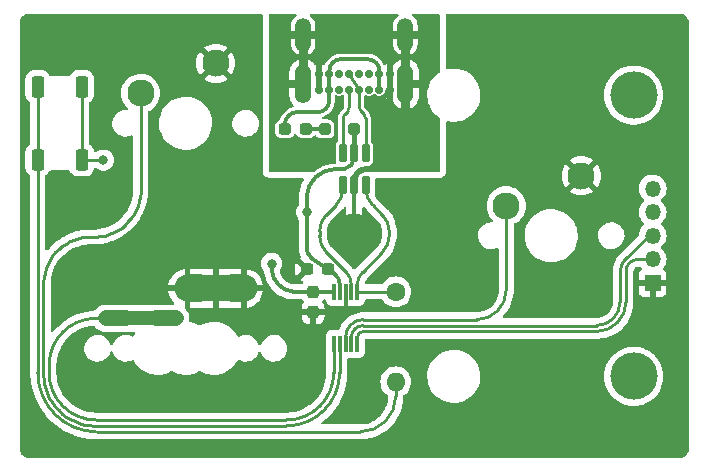
<source format=gtl>
G04 #@! TF.GenerationSoftware,KiCad,Pcbnew,7.0.11*
G04 #@! TF.CreationDate,2024-05-21T13:22:13-04:00*
G04 #@! TF.ProjectId,ISOCHet,49534f43-4865-4742-9e6b-696361645f70,rev?*
G04 #@! TF.SameCoordinates,Original*
G04 #@! TF.FileFunction,Copper,L1,Top*
G04 #@! TF.FilePolarity,Positive*
%FSLAX46Y46*%
G04 Gerber Fmt 4.6, Leading zero omitted, Abs format (unit mm)*
G04 Created by KiCad (PCBNEW 7.0.11) date 2024-05-21 13:22:13*
%MOMM*%
%LPD*%
G01*
G04 APERTURE LIST*
G04 Aperture macros list*
%AMRoundRect*
0 Rectangle with rounded corners*
0 $1 Rounding radius*
0 $2 $3 $4 $5 $6 $7 $8 $9 X,Y pos of 4 corners*
0 Add a 4 corners polygon primitive as box body*
4,1,4,$2,$3,$4,$5,$6,$7,$8,$9,$2,$3,0*
0 Add four circle primitives for the rounded corners*
1,1,$1+$1,$2,$3*
1,1,$1+$1,$4,$5*
1,1,$1+$1,$6,$7*
1,1,$1+$1,$8,$9*
0 Add four rect primitives between the rounded corners*
20,1,$1+$1,$2,$3,$4,$5,0*
20,1,$1+$1,$4,$5,$6,$7,0*
20,1,$1+$1,$6,$7,$8,$9,0*
20,1,$1+$1,$8,$9,$2,$3,0*%
%AMFreePoly0*
4,1,15,-0.780000,0.162500,-0.617500,0.325000,0.552500,0.325000,0.639560,0.307683,0.713367,0.258367,0.762683,0.184560,0.780000,0.097500,0.780000,-0.097500,0.762683,-0.184560,0.713367,-0.258367,0.639560,-0.307683,0.552500,-0.325000,-0.617500,-0.325000,-0.780000,-0.162500,-0.780000,0.162500,-0.780000,0.162500,$1*%
%AMFreePoly1*
4,1,15,-0.700000,0.075000,-0.694291,0.103701,-0.678033,0.128033,-0.653701,0.144291,-0.625000,0.150000,0.625000,0.150000,0.700000,0.075000,0.700000,-0.075000,0.625000,-0.150000,-0.625000,-0.150000,-0.653701,-0.144291,-0.678033,-0.128033,-0.694291,-0.103701,-0.700000,-0.075000,-0.700000,0.075000,-0.700000,0.075000,$1*%
%AMFreePoly2*
4,1,19,-1.250000,0.000000,-1.241997,0.101682,-1.196541,0.258146,-1.113601,0.398390,-0.998390,0.513601,-0.858146,0.596541,-0.701682,0.641997,-0.600000,0.650000,1.250000,0.650000,1.250000,-0.650000,-0.600000,-0.650000,-0.701682,-0.641997,-0.858146,-0.596541,-0.998390,-0.513601,-1.113601,-0.398390,-1.196541,-0.258146,-1.241997,-0.101682,-1.250000,0.000000,-1.250000,0.000000,-1.250000,0.000000,
$1*%
%AMFreePoly3*
4,1,23,-1.150000,0.000000,-1.141867,0.136527,-1.095394,0.350159,-1.009331,0.551136,-0.886788,0.732194,-0.732194,0.886788,-0.551136,1.009331,-0.350159,1.095394,-0.136527,1.141867,0.000000,1.150000,1.150000,1.150000,1.150000,-1.150000,0.000000,-1.150000,-0.136527,-1.141867,-0.350159,-1.095394,-0.551136,-1.009331,-0.732194,-0.886788,-0.886788,-0.732194,-1.009331,-0.551136,-1.095394,-0.350159,
-1.141867,-0.136527,-1.150000,0.000000,-1.150000,0.000000,-1.150000,0.000000,$1*%
%AMFreePoly4*
4,1,18,-1.250000,0.650000,0.600000,0.650000,0.701682,0.641997,0.858146,0.596541,0.998390,0.513601,1.113601,0.398390,1.196541,0.258146,1.241997,0.101682,1.250000,0.000000,1.241997,-0.101682,1.196541,-0.258146,1.113601,-0.398390,0.998390,-0.513601,0.858146,-0.596541,0.701682,-0.641997,0.600000,-0.650000,-1.250000,-0.650000,-1.250000,0.650000,-1.250000,0.650000,$1*%
%AMFreePoly5*
4,1,22,-1.150000,1.150000,0.000000,1.150000,0.136527,1.141867,0.350159,1.095394,0.551136,1.009331,0.732194,0.886788,0.886788,0.732194,1.009331,0.551136,1.095394,0.350159,1.141867,0.136527,1.150000,0.000000,1.141867,-0.136527,1.095394,-0.350159,1.009331,-0.551136,0.886788,-0.732194,0.732194,-0.886788,0.551136,-1.009331,0.350159,-1.095394,0.136527,-1.141867,0.000000,-1.150000,
-1.150000,-1.150000,-1.150000,1.150000,-1.150000,1.150000,$1*%
G04 Aperture macros list end*
G04 #@! TA.AperFunction,SMDPad,CuDef*
%ADD10RoundRect,0.237500X-0.237500X0.300000X-0.237500X-0.300000X0.237500X-0.300000X0.237500X0.300000X0*%
G04 #@! TD*
G04 #@! TA.AperFunction,SMDPad,CuDef*
%ADD11R,0.350000X2.000000*%
G04 #@! TD*
G04 #@! TA.AperFunction,ComponentPad*
%ADD12C,3.800000*%
G04 #@! TD*
G04 #@! TA.AperFunction,ComponentPad*
%ADD13C,1.600000*%
G04 #@! TD*
G04 #@! TA.AperFunction,ComponentPad*
%ADD14O,1.600000X1.600000*%
G04 #@! TD*
G04 #@! TA.AperFunction,SMDPad,CuDef*
%ADD15RoundRect,0.162500X0.162500X-0.617500X0.162500X0.617500X-0.162500X0.617500X-0.162500X-0.617500X0*%
G04 #@! TD*
G04 #@! TA.AperFunction,SMDPad,CuDef*
%ADD16FreePoly0,90.000000*%
G04 #@! TD*
G04 #@! TA.AperFunction,SMDPad,CuDef*
%ADD17R,0.300000X1.400000*%
G04 #@! TD*
G04 #@! TA.AperFunction,SMDPad,CuDef*
%ADD18FreePoly1,90.000000*%
G04 #@! TD*
G04 #@! TA.AperFunction,SMDPad,CuDef*
%ADD19RoundRect,0.237500X-0.287500X-0.237500X0.287500X-0.237500X0.287500X0.237500X-0.287500X0.237500X0*%
G04 #@! TD*
G04 #@! TA.AperFunction,ComponentPad*
%ADD20C,2.300000*%
G04 #@! TD*
G04 #@! TA.AperFunction,SMDPad,CuDef*
%ADD21RoundRect,0.250000X0.250000X0.250000X-0.250000X0.250000X-0.250000X-0.250000X0.250000X-0.250000X0*%
G04 #@! TD*
G04 #@! TA.AperFunction,ComponentPad*
%ADD22R,2.500000X1.300000*%
G04 #@! TD*
G04 #@! TA.AperFunction,ComponentPad*
%ADD23R,2.500000X2.300000*%
G04 #@! TD*
G04 #@! TA.AperFunction,SMDPad,CuDef*
%ADD24RoundRect,0.237500X0.300000X0.237500X-0.300000X0.237500X-0.300000X-0.237500X0.300000X-0.237500X0*%
G04 #@! TD*
G04 #@! TA.AperFunction,ComponentPad*
%ADD25C,0.700000*%
G04 #@! TD*
G04 #@! TA.AperFunction,ComponentPad*
%ADD26O,1.350000X3.250000*%
G04 #@! TD*
G04 #@! TA.AperFunction,ComponentPad*
%ADD27O,1.350000X2.850000*%
G04 #@! TD*
G04 #@! TA.AperFunction,ComponentPad*
%ADD28FreePoly2,0.000000*%
G04 #@! TD*
G04 #@! TA.AperFunction,ComponentPad*
%ADD29FreePoly3,0.000000*%
G04 #@! TD*
G04 #@! TA.AperFunction,ComponentPad*
%ADD30C,4.000000*%
G04 #@! TD*
G04 #@! TA.AperFunction,SMDPad,CuDef*
%ADD31RoundRect,0.275000X0.275000X-0.625000X0.275000X0.625000X-0.275000X0.625000X-0.275000X-0.625000X0*%
G04 #@! TD*
G04 #@! TA.AperFunction,ComponentPad*
%ADD32FreePoly4,0.000000*%
G04 #@! TD*
G04 #@! TA.AperFunction,ComponentPad*
%ADD33FreePoly5,0.000000*%
G04 #@! TD*
G04 #@! TA.AperFunction,ComponentPad*
%ADD34R,1.350000X1.350000*%
G04 #@! TD*
G04 #@! TA.AperFunction,ComponentPad*
%ADD35O,1.350000X1.350000*%
G04 #@! TD*
G04 #@! TA.AperFunction,ViaPad*
%ADD36C,0.800000*%
G04 #@! TD*
G04 #@! TA.AperFunction,Conductor*
%ADD37C,0.300000*%
G04 #@! TD*
G04 #@! TA.AperFunction,Conductor*
%ADD38C,0.400000*%
G04 #@! TD*
G04 #@! TA.AperFunction,Conductor*
%ADD39C,0.250000*%
G04 #@! TD*
G04 #@! TA.AperFunction,Conductor*
%ADD40C,0.500000*%
G04 #@! TD*
G04 APERTURE END LIST*
D10*
X155250000Y-61895000D03*
X155250000Y-63620000D03*
D11*
X158750000Y-54400000D03*
D12*
X158750000Y-57150000D03*
D13*
X162250000Y-61895000D03*
D14*
X162250000Y-69515000D03*
D15*
X157800000Y-52850000D03*
D16*
X158750000Y-52850000D03*
D15*
X159700000Y-52850000D03*
X159700000Y-50150000D03*
X158750000Y-50150000D03*
X157800000Y-50150000D03*
D17*
X157000000Y-66295000D03*
X157500000Y-66295000D03*
X158000000Y-66295000D03*
X158500000Y-66295000D03*
X159000000Y-66295000D03*
X159000000Y-61895000D03*
X158500000Y-61895000D03*
D18*
X158000000Y-61895000D03*
D17*
X157500000Y-61895000D03*
X157000000Y-61895000D03*
D19*
X152875000Y-48107500D03*
X154625000Y-48107500D03*
D20*
X171608750Y-54610000D03*
X177958750Y-52070000D03*
D21*
X158750000Y-48107500D03*
X156250000Y-48107500D03*
D20*
X140652500Y-45085000D03*
X147002500Y-42545000D03*
D22*
X140652500Y-64135000D03*
D23*
X147002500Y-61595000D03*
D24*
X156475000Y-60000000D03*
X154750000Y-60000000D03*
D25*
X161725000Y-44800000D03*
X160875000Y-44800000D03*
X160025000Y-44800000D03*
X159175000Y-44800000D03*
X158325000Y-44800000D03*
X157475000Y-44800000D03*
X156625000Y-44800000D03*
X155775000Y-44800000D03*
X155775000Y-43450000D03*
X156625000Y-43450000D03*
X157475000Y-43450000D03*
X158325000Y-43450000D03*
X159175000Y-43450000D03*
X160025000Y-43450000D03*
X160875000Y-43450000D03*
X161725000Y-43450000D03*
D26*
X163070000Y-44300000D03*
D27*
X163070000Y-40150000D03*
D26*
X154430000Y-44300000D03*
D27*
X154430000Y-40150000D03*
D28*
X138271250Y-64135000D03*
D29*
X144621250Y-61595000D03*
D30*
X182403750Y-45243750D03*
X182403750Y-69056250D03*
D31*
X131950000Y-50725000D03*
X131950000Y-44525000D03*
X135650000Y-50725000D03*
X135650000Y-44525000D03*
D32*
X143033750Y-64135000D03*
D33*
X149383750Y-61595000D03*
D34*
X184000000Y-61150000D03*
D35*
X184000000Y-59150000D03*
X184000000Y-57150000D03*
X184000000Y-55150000D03*
X184000000Y-53150000D03*
D36*
X154700000Y-55150000D03*
X137500000Y-50750000D03*
X151750000Y-59500000D03*
D37*
X154700015Y-58185382D02*
G75*
G03*
X155118762Y-58999115I999985J-18D01*
G01*
X157499985Y-61214618D02*
G75*
G03*
X157081238Y-60400885I-999985J18D01*
G01*
X157081238Y-60400884D02*
X155118762Y-58999116D01*
X157500000Y-61214618D02*
X157500000Y-61895000D01*
X154700000Y-55150000D02*
X154700000Y-58185382D01*
D38*
X158750000Y-48107500D02*
X158750000Y-50150000D01*
D37*
X154702146Y-55147854D02*
X154702146Y-53837064D01*
X154700000Y-55150000D02*
X154702146Y-55147854D01*
X157200000Y-51488155D02*
X157929648Y-51488155D01*
X157929655Y-51488192D02*
G75*
G03*
X158750000Y-50500000I-189355J991792D01*
G01*
X157200000Y-51488213D02*
G75*
G03*
X154702146Y-53837064I1700J-2504387D01*
G01*
X158000000Y-63750000D02*
X158000000Y-61895000D01*
X154625000Y-48107500D02*
X156250000Y-48107500D01*
X160875000Y-43450000D02*
X160875000Y-43200000D01*
X156623478Y-45779856D02*
X156623478Y-44801522D01*
X157625000Y-42200000D02*
X159875000Y-42200000D01*
X156625000Y-43450000D02*
X156625000Y-43200000D01*
X156625000Y-43450000D02*
X156625000Y-44800000D01*
X153875000Y-46692500D02*
X155625000Y-46692500D01*
X160875000Y-43450000D02*
X160875000Y-44800000D01*
X155625000Y-46692477D02*
G75*
G03*
X156623478Y-45779856I-1700J1004377D01*
G01*
X153875000Y-46692500D02*
G75*
G03*
X152875000Y-47692500I0J-1000000D01*
G01*
X160875000Y-43200000D02*
G75*
G03*
X159875000Y-42200000I-1000000J0D01*
G01*
X157625000Y-42200000D02*
G75*
G03*
X156625000Y-43200000I0J-1000000D01*
G01*
D39*
X159700000Y-47207107D02*
X159700000Y-50150000D01*
X159321447Y-46621447D02*
X159553554Y-46853554D01*
X158325000Y-43450000D02*
X159175000Y-44800000D01*
X159175000Y-44800000D02*
X159175000Y-46267893D01*
X159699995Y-47207107D02*
G75*
G03*
X159553554Y-46853554I-499995J7D01*
G01*
X159175005Y-46267893D02*
G75*
G03*
X159321447Y-46621447I499995J-7D01*
G01*
X158178553Y-46621447D02*
X157946446Y-46853554D01*
X157800000Y-47207107D02*
X157800000Y-50150000D01*
X158325000Y-44800000D02*
X158325000Y-46267893D01*
X158178556Y-46621450D02*
G75*
G03*
X158325000Y-46267893I-353556J353550D01*
G01*
X157946443Y-46853551D02*
G75*
G03*
X157800000Y-47207107I353557J-353549D01*
G01*
X161114213Y-55364213D02*
X160285786Y-54535786D01*
X159000000Y-61895000D02*
X162250000Y-61895000D01*
X161700000Y-57143146D02*
X161700000Y-56778427D01*
X159000000Y-61895000D02*
X159000000Y-61292893D01*
X159439340Y-60232233D02*
X161114214Y-58557359D01*
X159700020Y-53121573D02*
G75*
G03*
X160285787Y-54535785I1999980J-27D01*
G01*
X159439343Y-60232236D02*
G75*
G03*
X159000000Y-61292893I1060657J-1060664D01*
G01*
X161699980Y-56778427D02*
G75*
G03*
X161114212Y-55364214I-1999980J27D01*
G01*
X161114191Y-58557336D02*
G75*
G03*
X161700000Y-57143146I-1414191J1414236D01*
G01*
X131950000Y-50725000D02*
X131950000Y-44525000D01*
X131950000Y-50725000D02*
X131950000Y-68750000D01*
X136950000Y-73750000D02*
X159250000Y-73750000D01*
X162250000Y-70750000D02*
X162250000Y-69515000D01*
X159250000Y-73750000D02*
G75*
G03*
X162250000Y-70750000I0J3000000D01*
G01*
X131950000Y-68750000D02*
G75*
G03*
X136950000Y-73750000I5000000J0D01*
G01*
X135427493Y-57367535D02*
X135812724Y-57290908D01*
X139867267Y-55634234D02*
X140085483Y-55307651D01*
X132400000Y-61250000D02*
X132402409Y-61053611D01*
X137239776Y-57209092D02*
X137625007Y-57132465D01*
X133115091Y-71193104D02*
X132916756Y-70849578D01*
X134709078Y-72683459D02*
X134355490Y-72464526D01*
X132402970Y-68556707D02*
X132400000Y-68553799D01*
X135812724Y-57290908D02*
X136203611Y-57252409D01*
X140534965Y-54222507D02*
X140611592Y-53837276D01*
X133185233Y-58865766D02*
X133434408Y-58562144D01*
X140270638Y-54961252D02*
X140420947Y-54598372D01*
X136400000Y-57250000D02*
X136652500Y-57250000D01*
X132517535Y-60277493D02*
X132631553Y-59901628D01*
X136203611Y-57252409D02*
X136400000Y-57250000D01*
X137625007Y-57132465D02*
X138000872Y-57018447D01*
X133194022Y-71305830D02*
X133115091Y-71193104D01*
X139036734Y-56464767D02*
X139340356Y-56215592D01*
X136652500Y-57250000D02*
X136848889Y-57247591D01*
X136900000Y-73250000D02*
X136692060Y-73247666D01*
X133434408Y-58562144D02*
X133712144Y-58284408D01*
X153000000Y-73250000D02*
X136900000Y-73250000D01*
X140650091Y-53446389D02*
X140652500Y-53250000D01*
X132631553Y-59901628D02*
X132781862Y-59538748D01*
X134688748Y-57631862D02*
X135051628Y-57481553D01*
X132441892Y-69343503D02*
X132407108Y-68945916D01*
X140652500Y-53250000D02*
X140652500Y-45085000D01*
X132613441Y-70117311D02*
X132510776Y-69734160D01*
X135081358Y-72868832D02*
X134709078Y-72683459D01*
X132749112Y-70490064D02*
X132613441Y-70117311D01*
X157500000Y-66295000D02*
X157500000Y-68750000D01*
X133436097Y-71626389D02*
X133194022Y-71305830D01*
X140420947Y-54598372D02*
X140534965Y-54222507D01*
X139618092Y-55937856D02*
X139867267Y-55634234D01*
X140085483Y-55307651D02*
X140270638Y-54961252D01*
X138710151Y-56682983D02*
X139036734Y-56464767D01*
X134015766Y-58035233D02*
X134342349Y-57817017D01*
X133712144Y-58284408D02*
X134015766Y-58035233D01*
X132781862Y-59538748D02*
X132967017Y-59192349D01*
X132407108Y-68945916D02*
X132402970Y-68556707D01*
X134342349Y-57817017D02*
X134688748Y-57631862D01*
X134355490Y-72464526D02*
X134023611Y-72213903D01*
X135051628Y-57481553D02*
X135427493Y-57367535D01*
X136277955Y-73209293D02*
X135869157Y-73132876D01*
X132402409Y-61053611D02*
X132440908Y-60662724D01*
X133716273Y-71933727D02*
X133436097Y-71626389D01*
X135469154Y-73019065D02*
X135081358Y-72868832D01*
X132510776Y-69734160D02*
X132441892Y-69343503D01*
X132400000Y-68553799D02*
X132400000Y-61250000D01*
X138000872Y-57018447D02*
X138363752Y-56868138D01*
X132967017Y-59192349D02*
X133185233Y-58865766D01*
X132440908Y-60662724D02*
X132517535Y-60277493D01*
X136692060Y-73247666D02*
X136277955Y-73209293D01*
X138363752Y-56868138D02*
X138710151Y-56682983D01*
X132916756Y-70849578D02*
X132749112Y-70490064D01*
X134023611Y-72213903D02*
X133716273Y-71933727D01*
X135869157Y-73132876D02*
X135469154Y-73019065D01*
X136848889Y-57247591D02*
X137239776Y-57209092D01*
X140611592Y-53837276D02*
X140650091Y-53446389D01*
X139340356Y-56215592D02*
X139618092Y-55937856D01*
X153000000Y-73250000D02*
G75*
G03*
X157500000Y-68750000I0J4500000D01*
G01*
X169108750Y-64250000D02*
X159502107Y-64250000D01*
X171608750Y-54610000D02*
X171608750Y-61750000D01*
X159502107Y-64250007D02*
G75*
G03*
X158002107Y-65750000I-7J-1499993D01*
G01*
X169108750Y-64249950D02*
G75*
G03*
X171608750Y-61750000I50J2499950D01*
G01*
X153000000Y-72750000D02*
X136897666Y-72750000D01*
X132900000Y-67938607D02*
X132900000Y-68747666D01*
X138718755Y-64137495D02*
X136694700Y-64137495D01*
X157000000Y-68750000D02*
X157000000Y-66295000D01*
X132897600Y-68750000D02*
G75*
G03*
X136897666Y-72750000I4000000J0D01*
G01*
X153000000Y-72750000D02*
G75*
G03*
X157000000Y-68750000I0J4000000D01*
G01*
X136694703Y-64137546D02*
G75*
G03*
X132900001Y-67938607I209897J-4004254D01*
G01*
X155800000Y-57143146D02*
X155800000Y-56778427D01*
X158060660Y-60232233D02*
X156385786Y-58557359D01*
X158500000Y-61895000D02*
X158500000Y-61292893D01*
X156385786Y-55364214D02*
X157214213Y-54535787D01*
X156385772Y-55364200D02*
G75*
G03*
X155800000Y-56778427I1414228J-1414200D01*
G01*
X157214227Y-54535801D02*
G75*
G03*
X157800000Y-53121573I-1414227J1414201D01*
G01*
X155799968Y-57143146D02*
G75*
G03*
X156385786Y-58557359I2000032J46D01*
G01*
X158500004Y-61292893D02*
G75*
G03*
X158060660Y-60232233I-1500004J-7D01*
G01*
X135650000Y-44525000D02*
X135650000Y-50725000D01*
D37*
X153607139Y-61892452D02*
X154747452Y-61892452D01*
D39*
X135650000Y-50725000D02*
X137475000Y-50725000D01*
X137475000Y-50725000D02*
X137500000Y-50750000D01*
D37*
X154750000Y-61895000D02*
X154747452Y-61892452D01*
X151752253Y-59502253D02*
X151752253Y-60031402D01*
X151750000Y-59500000D02*
X151752253Y-59502253D01*
X157000000Y-61895000D02*
X155250000Y-61895000D01*
X154747452Y-61892452D02*
X155250000Y-61892452D01*
X151752261Y-60031401D02*
G75*
G03*
X153607139Y-61892452I2004839J143301D01*
G01*
D39*
X179250000Y-65250000D02*
X159500000Y-65250000D01*
X184000000Y-59150000D02*
X182750000Y-59150000D01*
X181750000Y-60150000D02*
X181750000Y-62750000D01*
X179250000Y-65250000D02*
G75*
G03*
X181750000Y-62750000I0J2500000D01*
G01*
X182750000Y-59150000D02*
G75*
G03*
X181750000Y-60150000I0J-1000000D01*
G01*
X159500000Y-65250000D02*
G75*
G03*
X159000000Y-65750000I0J-500000D01*
G01*
X181250000Y-62750000D02*
X181250000Y-60216618D01*
X181689340Y-59155958D02*
X183695298Y-57150000D01*
X159500000Y-64750000D02*
X179250000Y-64750000D01*
X159500000Y-64750000D02*
G75*
G03*
X158500000Y-65750000I0J-1000000D01*
G01*
X179250000Y-64750000D02*
G75*
G03*
X181250000Y-62750000I0J2000000D01*
G01*
X181689331Y-59155949D02*
G75*
G03*
X181250000Y-60216618I1060669J-1060651D01*
G01*
D40*
X155775000Y-42450000D02*
X155775000Y-44800000D01*
X161725000Y-42450000D02*
X161725000Y-45800000D01*
X160500000Y-51500000D02*
X159750000Y-51500000D01*
X159750000Y-51500000D02*
G75*
G03*
X158750000Y-52500000I0J-1000000D01*
G01*
G04 #@! TA.AperFunction,Conductor*
G36*
X153813584Y-38370185D02*
G01*
X153859339Y-38422989D01*
X153869283Y-38492147D01*
X153840258Y-38555703D01*
X153825209Y-38570354D01*
X153701707Y-38671707D01*
X153573620Y-38827784D01*
X153573615Y-38827790D01*
X153478443Y-39005845D01*
X153419829Y-39199067D01*
X153405000Y-39349642D01*
X153405000Y-39775000D01*
X154055000Y-39775000D01*
X154055000Y-40525000D01*
X153405000Y-40525000D01*
X153405000Y-40950357D01*
X153419829Y-41100932D01*
X153478443Y-41294154D01*
X153573615Y-41472209D01*
X153573620Y-41472215D01*
X153701707Y-41628292D01*
X153857784Y-41756379D01*
X153857790Y-41756383D01*
X154035846Y-41851556D01*
X154035849Y-41851557D01*
X154055000Y-41857366D01*
X154055000Y-40631073D01*
X154070414Y-40723446D01*
X154129981Y-40833514D01*
X154222059Y-40918278D01*
X154336670Y-40968551D01*
X154461395Y-40978886D01*
X154582719Y-40948163D01*
X154687492Y-40879711D01*
X154764363Y-40780948D01*
X154805000Y-40662576D01*
X154805000Y-41857366D01*
X154824150Y-41851557D01*
X154824153Y-41851556D01*
X155002209Y-41756383D01*
X155002215Y-41756379D01*
X155158292Y-41628292D01*
X155286379Y-41472215D01*
X155286384Y-41472209D01*
X155381556Y-41294154D01*
X155440170Y-41100932D01*
X155455000Y-40950357D01*
X155455000Y-40525000D01*
X154805000Y-40525000D01*
X154805000Y-39775000D01*
X155455000Y-39775000D01*
X155455000Y-39349642D01*
X155440170Y-39199067D01*
X155381556Y-39005845D01*
X155286384Y-38827790D01*
X155286379Y-38827784D01*
X155158292Y-38671707D01*
X155034791Y-38570354D01*
X154995456Y-38512608D01*
X154993585Y-38442763D01*
X155029772Y-38382995D01*
X155092528Y-38352279D01*
X155113455Y-38350500D01*
X162386545Y-38350500D01*
X162453584Y-38370185D01*
X162499339Y-38422989D01*
X162509283Y-38492147D01*
X162480258Y-38555703D01*
X162465209Y-38570354D01*
X162341707Y-38671707D01*
X162213620Y-38827784D01*
X162213615Y-38827790D01*
X162118443Y-39005845D01*
X162059829Y-39199067D01*
X162045000Y-39349642D01*
X162045000Y-39775000D01*
X162695000Y-39775000D01*
X162695000Y-40525000D01*
X162045000Y-40525000D01*
X162045000Y-40950357D01*
X162059829Y-41100932D01*
X162118443Y-41294154D01*
X162213615Y-41472209D01*
X162213620Y-41472215D01*
X162341707Y-41628292D01*
X162497784Y-41756379D01*
X162497790Y-41756383D01*
X162675846Y-41851556D01*
X162675849Y-41851557D01*
X162695000Y-41857366D01*
X162695000Y-40631073D01*
X162710414Y-40723446D01*
X162769981Y-40833514D01*
X162862059Y-40918278D01*
X162976670Y-40968551D01*
X163101395Y-40978886D01*
X163222719Y-40948163D01*
X163327492Y-40879711D01*
X163404363Y-40780948D01*
X163445000Y-40662576D01*
X163445000Y-41857366D01*
X163464150Y-41851557D01*
X163464153Y-41851556D01*
X163642209Y-41756383D01*
X163642215Y-41756379D01*
X163798292Y-41628292D01*
X163926379Y-41472215D01*
X163926384Y-41472209D01*
X164021556Y-41294154D01*
X164080170Y-41100932D01*
X164095000Y-40950357D01*
X164095000Y-40525000D01*
X163445000Y-40525000D01*
X163445000Y-39775000D01*
X164095000Y-39775000D01*
X164095000Y-39349642D01*
X164080170Y-39199067D01*
X164021556Y-39005845D01*
X163926384Y-38827790D01*
X163926379Y-38827784D01*
X163798292Y-38671707D01*
X163674791Y-38570354D01*
X163635456Y-38512608D01*
X163633585Y-38442763D01*
X163669772Y-38382995D01*
X163732528Y-38352279D01*
X163753455Y-38350500D01*
X165876000Y-38350500D01*
X165943039Y-38370185D01*
X165988794Y-38422989D01*
X166000000Y-38474500D01*
X166000000Y-43255008D01*
X165980315Y-43322047D01*
X165946177Y-43357239D01*
X165769668Y-43478404D01*
X165546812Y-43679966D01*
X165352808Y-43909436D01*
X165352806Y-43909438D01*
X165191116Y-44162722D01*
X165064636Y-44435281D01*
X165064632Y-44435290D01*
X165036434Y-44526191D01*
X164975604Y-44722285D01*
X164938466Y-44942456D01*
X164925624Y-45018592D01*
X164917678Y-45256270D01*
X164915583Y-45318917D01*
X164945660Y-45617892D01*
X164945661Y-45617899D01*
X165015318Y-45910191D01*
X165015321Y-45910203D01*
X165123316Y-46190603D01*
X165123323Y-46190618D01*
X165267729Y-46454125D01*
X165267733Y-46454131D01*
X165340345Y-46552680D01*
X165445973Y-46696040D01*
X165596653Y-46851842D01*
X165654870Y-46912038D01*
X165654877Y-46912044D01*
X165890690Y-47098264D01*
X165890693Y-47098266D01*
X165890696Y-47098268D01*
X165939194Y-47126993D01*
X165986841Y-47178091D01*
X166000000Y-47233681D01*
X166000000Y-51626000D01*
X165980315Y-51693039D01*
X165927511Y-51738794D01*
X165876000Y-51750000D01*
X159824000Y-51750000D01*
X159756961Y-51730315D01*
X159711206Y-51677511D01*
X159700000Y-51626000D01*
X159700000Y-51354500D01*
X159719685Y-51287461D01*
X159772489Y-51241706D01*
X159824000Y-51230500D01*
X159918276Y-51230500D01*
X159949549Y-51227567D01*
X159949551Y-51227567D01*
X160033399Y-51198226D01*
X160081289Y-51181469D01*
X160193589Y-51098589D01*
X160276469Y-50986289D01*
X160316178Y-50872808D01*
X160322567Y-50854551D01*
X160322567Y-50854549D01*
X160325500Y-50823276D01*
X160325500Y-49476723D01*
X160322567Y-49445450D01*
X160322567Y-49445448D01*
X160276470Y-49313714D01*
X160276469Y-49313711D01*
X160276465Y-49313705D01*
X160193591Y-49201413D01*
X160193584Y-49201406D01*
X160175865Y-49188329D01*
X160133615Y-49132681D01*
X160125500Y-49088560D01*
X160125500Y-47168378D01*
X160125495Y-47168262D01*
X160125495Y-47154425D01*
X160125496Y-47134275D01*
X160102709Y-46990391D01*
X160057695Y-46851844D01*
X160057694Y-46851842D01*
X160057690Y-46851833D01*
X159991570Y-46722061D01*
X159991558Y-46722041D01*
X159972665Y-46696037D01*
X159905935Y-46604189D01*
X159883495Y-46581749D01*
X159883480Y-46581732D01*
X159878108Y-46576360D01*
X159851330Y-46549582D01*
X159811173Y-46509423D01*
X159811172Y-46509422D01*
X159805803Y-46504053D01*
X159805788Y-46504040D01*
X159636819Y-46335071D01*
X159603334Y-46273748D01*
X159600500Y-46247387D01*
X159600500Y-46241035D01*
X159600501Y-46206721D01*
X159600500Y-46206717D01*
X159600500Y-45349225D01*
X159620185Y-45282186D01*
X159672989Y-45236431D01*
X159742147Y-45226487D01*
X159791539Y-45244909D01*
X159809216Y-45256270D01*
X159814949Y-45259954D01*
X159922107Y-45291417D01*
X159943547Y-45297713D01*
X159953036Y-45300499D01*
X159953038Y-45300500D01*
X159953039Y-45300500D01*
X160096962Y-45300500D01*
X160096962Y-45300499D01*
X160235053Y-45259953D01*
X160356128Y-45182143D01*
X160356285Y-45181961D01*
X160356486Y-45181832D01*
X160362828Y-45176337D01*
X160363617Y-45177248D01*
X160415059Y-45144186D01*
X160484929Y-45144182D01*
X160536384Y-45177246D01*
X160537172Y-45176337D01*
X160543492Y-45181813D01*
X160543705Y-45181950D01*
X160543872Y-45182143D01*
X160543873Y-45182144D01*
X160546005Y-45183514D01*
X160664947Y-45259953D01*
X160664950Y-45259954D01*
X160664949Y-45259954D01*
X160772107Y-45291417D01*
X160793547Y-45297713D01*
X160803036Y-45300499D01*
X160803038Y-45300500D01*
X160803039Y-45300500D01*
X160946962Y-45300500D01*
X160946962Y-45300499D01*
X161085053Y-45259953D01*
X161206128Y-45182143D01*
X161300377Y-45073373D01*
X161360165Y-44942457D01*
X161376318Y-44830103D01*
X161379085Y-44824044D01*
X161496233Y-44824044D01*
X161525791Y-44915013D01*
X161589794Y-44986096D01*
X161677175Y-45025000D01*
X161748650Y-45025000D01*
X161818560Y-45010140D01*
X161895943Y-44953918D01*
X161943769Y-44871082D01*
X161953767Y-44775956D01*
X161924209Y-44684987D01*
X161860206Y-44613904D01*
X161772825Y-44575000D01*
X161701350Y-44575000D01*
X161631440Y-44589860D01*
X161554057Y-44646082D01*
X161506231Y-44728918D01*
X161496233Y-44824044D01*
X161379085Y-44824044D01*
X161405342Y-44766549D01*
X161411375Y-44760070D01*
X161637318Y-44534127D01*
X161698641Y-44500642D01*
X161768333Y-44505626D01*
X161812680Y-44534127D01*
X161990871Y-44712318D01*
X162024356Y-44773641D01*
X162019372Y-44843333D01*
X161990871Y-44887680D01*
X161325833Y-45552718D01*
X161325833Y-45552719D01*
X161460884Y-45612849D01*
X161460889Y-45612851D01*
X161635661Y-45650000D01*
X161814336Y-45650000D01*
X161848988Y-45642634D01*
X161918655Y-45647949D01*
X161974390Y-45690085D01*
X161985771Y-45708652D01*
X162066715Y-45871208D01*
X162197945Y-46044985D01*
X162358868Y-46191685D01*
X162544016Y-46306323D01*
X162695000Y-46364814D01*
X162695000Y-44981073D01*
X162710414Y-45073446D01*
X162769981Y-45183514D01*
X162862059Y-45268278D01*
X162976670Y-45318551D01*
X163101395Y-45328886D01*
X163222719Y-45298163D01*
X163327492Y-45229711D01*
X163404363Y-45130948D01*
X163445000Y-45012576D01*
X163445000Y-46364814D01*
X163595983Y-46306323D01*
X163595984Y-46306323D01*
X163781130Y-46191685D01*
X163781131Y-46191685D01*
X163942054Y-46044985D01*
X164073284Y-45871208D01*
X164170344Y-45676287D01*
X164170349Y-45676274D01*
X164229942Y-45466830D01*
X164245000Y-45304322D01*
X164245000Y-44675000D01*
X163445000Y-44675000D01*
X163445000Y-43925000D01*
X164245000Y-43925000D01*
X164245000Y-43295677D01*
X164229942Y-43133169D01*
X164170349Y-42923725D01*
X164170344Y-42923712D01*
X164073284Y-42728791D01*
X163942054Y-42555014D01*
X163781131Y-42408314D01*
X163595987Y-42293678D01*
X163445000Y-42235183D01*
X163445000Y-43618927D01*
X163429586Y-43526554D01*
X163370019Y-43416486D01*
X163277941Y-43331722D01*
X163163330Y-43281449D01*
X163038605Y-43271114D01*
X162917281Y-43301837D01*
X162812508Y-43370289D01*
X162735637Y-43469052D01*
X162695000Y-43587424D01*
X162695000Y-42235183D01*
X162544012Y-42293678D01*
X162358869Y-42408314D01*
X162358868Y-42408314D01*
X162197945Y-42555014D01*
X162158357Y-42607437D01*
X162102247Y-42649073D01*
X162032535Y-42653764D01*
X162008967Y-42645989D01*
X161989115Y-42637150D01*
X161989110Y-42637148D01*
X161814339Y-42600000D01*
X161635661Y-42600000D01*
X161460889Y-42637148D01*
X161460884Y-42637150D01*
X161368899Y-42678104D01*
X161299649Y-42687388D01*
X161236373Y-42657759D01*
X161207980Y-42621119D01*
X161115578Y-42439771D01*
X161092723Y-42408314D01*
X160981379Y-42255063D01*
X160819937Y-42093621D01*
X160635228Y-41959421D01*
X160431803Y-41855770D01*
X160214660Y-41785215D01*
X159989162Y-41749500D01*
X159989157Y-41749500D01*
X159942902Y-41749500D01*
X157684309Y-41749500D01*
X157625000Y-41749500D01*
X157510843Y-41749500D01*
X157510838Y-41749500D01*
X157285339Y-41785215D01*
X157068196Y-41855770D01*
X156864771Y-41959421D01*
X156680061Y-42093622D01*
X156518622Y-42255061D01*
X156384421Y-42439771D01*
X156292019Y-42621120D01*
X156244044Y-42671916D01*
X156176223Y-42688711D01*
X156131098Y-42678104D01*
X156039115Y-42637150D01*
X156039110Y-42637148D01*
X155864339Y-42600000D01*
X155685661Y-42600000D01*
X155510891Y-42637148D01*
X155491029Y-42645991D01*
X155421779Y-42655274D01*
X155358503Y-42625644D01*
X155341641Y-42607436D01*
X155302054Y-42555013D01*
X155141131Y-42408314D01*
X154955987Y-42293678D01*
X154805000Y-42235183D01*
X154805000Y-43618927D01*
X154789586Y-43526554D01*
X154730019Y-43416486D01*
X154637941Y-43331722D01*
X154523330Y-43281449D01*
X154398605Y-43271114D01*
X154277281Y-43301837D01*
X154172508Y-43370289D01*
X154095637Y-43469052D01*
X154055000Y-43587424D01*
X154055000Y-42235183D01*
X153904012Y-42293678D01*
X153718869Y-42408314D01*
X153718868Y-42408314D01*
X153557945Y-42555014D01*
X153426715Y-42728791D01*
X153329655Y-42923712D01*
X153329650Y-42923725D01*
X153270057Y-43133169D01*
X153255000Y-43295677D01*
X153255000Y-43925000D01*
X154055000Y-43925000D01*
X154055000Y-44675000D01*
X153255000Y-44675000D01*
X153255000Y-45304322D01*
X153270057Y-45466830D01*
X153329650Y-45676274D01*
X153329655Y-45676287D01*
X153426715Y-45871208D01*
X153557943Y-46044983D01*
X153582619Y-46067478D01*
X153618900Y-46127189D01*
X153617139Y-46197037D01*
X153577895Y-46254844D01*
X153537399Y-46277046D01*
X153318196Y-46348270D01*
X153114771Y-46451921D01*
X152930061Y-46586122D01*
X152768622Y-46747561D01*
X152634421Y-46932271D01*
X152530771Y-47135695D01*
X152482365Y-47284670D01*
X152442926Y-47342344D01*
X152409925Y-47361704D01*
X152321343Y-47396637D01*
X152321339Y-47396639D01*
X152203499Y-47485999D01*
X152114139Y-47603839D01*
X152059882Y-47741424D01*
X152059882Y-47741425D01*
X152049500Y-47827881D01*
X152049500Y-48387118D01*
X152059882Y-48473574D01*
X152059882Y-48473575D01*
X152059883Y-48473577D01*
X152113418Y-48609333D01*
X152114139Y-48611160D01*
X152203499Y-48729000D01*
X152321339Y-48818360D01*
X152321342Y-48818362D01*
X152458923Y-48872617D01*
X152516562Y-48879539D01*
X152545381Y-48883000D01*
X152545382Y-48883000D01*
X153204619Y-48883000D01*
X153226232Y-48880404D01*
X153291077Y-48872617D01*
X153428658Y-48818362D01*
X153546500Y-48729000D01*
X153635862Y-48611158D01*
X153635864Y-48611152D01*
X153640018Y-48603766D01*
X153641952Y-48604853D01*
X153677547Y-48559101D01*
X153743454Y-48535905D01*
X153811439Y-48552023D01*
X153859918Y-48602338D01*
X153863112Y-48609333D01*
X153864139Y-48611160D01*
X153953499Y-48729000D01*
X154071339Y-48818360D01*
X154071342Y-48818362D01*
X154208923Y-48872617D01*
X154266562Y-48879539D01*
X154295381Y-48883000D01*
X154295382Y-48883000D01*
X154954619Y-48883000D01*
X154976232Y-48880404D01*
X155041077Y-48872617D01*
X155178658Y-48818362D01*
X155296500Y-48729000D01*
X155344863Y-48665223D01*
X155401053Y-48623701D01*
X155470774Y-48619148D01*
X155531889Y-48653013D01*
X155542470Y-48665224D01*
X155607077Y-48750422D01*
X155727656Y-48841860D01*
X155727657Y-48841860D01*
X155727658Y-48841861D01*
X155868436Y-48897377D01*
X155956898Y-48908000D01*
X155956903Y-48908000D01*
X156543097Y-48908000D01*
X156543102Y-48908000D01*
X156631564Y-48897377D01*
X156772342Y-48841861D01*
X156892922Y-48750422D01*
X156984361Y-48629842D01*
X157039877Y-48489064D01*
X157050500Y-48400602D01*
X157050500Y-47814398D01*
X157039877Y-47725936D01*
X156984361Y-47585158D01*
X156984360Y-47585157D01*
X156984360Y-47585156D01*
X156892922Y-47464577D01*
X156772343Y-47373139D01*
X156631561Y-47317622D01*
X156585926Y-47312142D01*
X156543102Y-47307000D01*
X156133556Y-47307000D01*
X156066517Y-47287315D01*
X156020762Y-47234511D01*
X156010818Y-47165353D01*
X156039843Y-47101797D01*
X156097241Y-47064437D01*
X156112207Y-47059852D01*
X156152306Y-47047571D01*
X156346690Y-46954874D01*
X156525308Y-46834569D01*
X156684267Y-46689278D01*
X156820104Y-46522168D01*
X156929858Y-46336879D01*
X157011137Y-46137452D01*
X157062170Y-45928231D01*
X157066562Y-45880771D01*
X157071544Y-45855648D01*
X157073978Y-45847757D01*
X157073978Y-45806154D01*
X157074496Y-45794828D01*
X157074740Y-45792158D01*
X157077512Y-45761950D01*
X157075772Y-45751830D01*
X157073978Y-45730816D01*
X157073978Y-45364313D01*
X157093663Y-45297274D01*
X157146467Y-45251519D01*
X157215625Y-45241575D01*
X157256610Y-45256863D01*
X157256882Y-45256270D01*
X157264949Y-45259954D01*
X157372107Y-45291417D01*
X157393547Y-45297713D01*
X157403036Y-45300499D01*
X157403038Y-45300500D01*
X157403039Y-45300500D01*
X157546962Y-45300500D01*
X157546962Y-45300499D01*
X157685050Y-45259954D01*
X157685051Y-45259954D01*
X157690784Y-45256270D01*
X157708460Y-45244909D01*
X157775499Y-45225225D01*
X157842539Y-45244909D01*
X157888294Y-45297713D01*
X157899500Y-45349225D01*
X157899500Y-46199110D01*
X157899499Y-46199128D01*
X157899499Y-46247389D01*
X157879814Y-46314428D01*
X157863180Y-46335070D01*
X157691952Y-46506298D01*
X157691922Y-46506326D01*
X157678296Y-46519953D01*
X157678284Y-46519959D01*
X157594063Y-46604182D01*
X157508435Y-46722040D01*
X157442298Y-46851847D01*
X157397286Y-46990388D01*
X157374499Y-47134273D01*
X157374500Y-47173619D01*
X157374500Y-49088560D01*
X157354815Y-49155599D01*
X157324135Y-49188329D01*
X157306415Y-49201406D01*
X157306408Y-49201413D01*
X157223534Y-49313705D01*
X157223529Y-49313714D01*
X157177432Y-49445448D01*
X157177432Y-49445450D01*
X157174500Y-49476723D01*
X157174500Y-50823276D01*
X157177432Y-50854549D01*
X157177432Y-50854550D01*
X157183821Y-50872808D01*
X157187382Y-50942587D01*
X157152652Y-51003214D01*
X157090658Y-51035440D01*
X157066825Y-51037761D01*
X157040401Y-51037770D01*
X157040388Y-51037771D01*
X156723690Y-51072234D01*
X156723679Y-51072235D01*
X156723677Y-51072236D01*
X156723673Y-51072236D01*
X156723672Y-51072237D01*
X156412493Y-51140550D01*
X156110473Y-51241917D01*
X156110468Y-51241919D01*
X155821078Y-51375174D01*
X155547696Y-51538766D01*
X155301236Y-51724943D01*
X155235878Y-51749644D01*
X155226494Y-51750000D01*
X151624000Y-51750000D01*
X151556961Y-51730315D01*
X151511206Y-51677511D01*
X151500000Y-51626000D01*
X151500000Y-38474500D01*
X151519685Y-38407461D01*
X151572489Y-38361706D01*
X151624000Y-38350500D01*
X153746545Y-38350500D01*
X153813584Y-38370185D01*
G37*
G04 #@! TD.AperFunction*
G04 #@! TA.AperFunction,Conductor*
G36*
X146246968Y-61461779D02*
G01*
X146236611Y-61639608D01*
X146267543Y-61815032D01*
X146280470Y-61845000D01*
X145341820Y-61845000D01*
X145376782Y-61728221D01*
X145387139Y-61550392D01*
X145356207Y-61374968D01*
X145343280Y-61345000D01*
X146281930Y-61345000D01*
X146246968Y-61461779D01*
G37*
G04 #@! TD.AperFunction*
G04 #@! TA.AperFunction,Conductor*
G36*
X148628218Y-61461779D02*
G01*
X148617861Y-61639608D01*
X148648793Y-61815032D01*
X148661720Y-61845000D01*
X147723070Y-61845000D01*
X147758032Y-61728221D01*
X147768389Y-61550392D01*
X147737457Y-61374968D01*
X147724530Y-61345000D01*
X148663180Y-61345000D01*
X148628218Y-61461779D01*
G37*
G04 #@! TD.AperFunction*
G04 #@! TA.AperFunction,Conductor*
G36*
X150937539Y-38370185D02*
G01*
X150983294Y-38422989D01*
X150994500Y-38474500D01*
X150994500Y-45280954D01*
X150994500Y-48351176D01*
X150994500Y-51626000D01*
X150994501Y-51626009D01*
X151006052Y-51733450D01*
X151006054Y-51733462D01*
X151017260Y-51784972D01*
X151051383Y-51887497D01*
X151051386Y-51887503D01*
X151129171Y-52008537D01*
X151129179Y-52008548D01*
X151174923Y-52061340D01*
X151174926Y-52061343D01*
X151174930Y-52061347D01*
X151283664Y-52155567D01*
X151283667Y-52155568D01*
X151283668Y-52155569D01*
X151405403Y-52211165D01*
X151414541Y-52215338D01*
X151481580Y-52235023D01*
X151481584Y-52235024D01*
X151624000Y-52255500D01*
X154346144Y-52255500D01*
X154413183Y-52275185D01*
X154458938Y-52327989D01*
X154468882Y-52397147D01*
X154455378Y-52438185D01*
X154341961Y-52649291D01*
X154341957Y-52649300D01*
X154214121Y-52964518D01*
X154214120Y-52964521D01*
X154120912Y-53291650D01*
X154063412Y-53626909D01*
X154063411Y-53626917D01*
X154057437Y-53723407D01*
X154053779Y-53746578D01*
X154051647Y-53754881D01*
X154051646Y-53754890D01*
X154051646Y-53812988D01*
X154051407Y-53820688D01*
X154048350Y-53869814D01*
X154048350Y-53869821D01*
X154050017Y-53880000D01*
X154051646Y-53900032D01*
X154051646Y-54476694D01*
X154031961Y-54543733D01*
X154019796Y-54559666D01*
X153967466Y-54617784D01*
X153872821Y-54781715D01*
X153872818Y-54781722D01*
X153819554Y-54945653D01*
X153814326Y-54961744D01*
X153794540Y-55150000D01*
X153814326Y-55338256D01*
X153814327Y-55338259D01*
X153872818Y-55518277D01*
X153872821Y-55518284D01*
X153967466Y-55682215D01*
X154017649Y-55737948D01*
X154047880Y-55800940D01*
X154049500Y-55820921D01*
X154049500Y-58221242D01*
X154049467Y-58297602D01*
X154079851Y-58520011D01*
X154079852Y-58520016D01*
X154140067Y-58736270D01*
X154219332Y-58919968D01*
X154227818Y-58989321D01*
X154197463Y-59052251D01*
X154182036Y-59062311D01*
X154178937Y-59075384D01*
X155015871Y-59912318D01*
X155049356Y-59973641D01*
X155044372Y-60043333D01*
X155015871Y-60087680D01*
X154178937Y-60924614D01*
X154299847Y-60964680D01*
X154299855Y-60964681D01*
X154323519Y-60967099D01*
X154388211Y-60993494D01*
X154428363Y-61050674D01*
X154431227Y-61120485D01*
X154416458Y-61155551D01*
X154399500Y-61183046D01*
X154347554Y-61229772D01*
X154293960Y-61241952D01*
X153653537Y-61241952D01*
X153634537Y-61240488D01*
X153452942Y-61212330D01*
X153433862Y-61207802D01*
X153247990Y-61147823D01*
X153229863Y-61140345D01*
X153055763Y-61051811D01*
X153039041Y-61041568D01*
X152881074Y-60926694D01*
X152866176Y-60913942D01*
X152728299Y-60775606D01*
X152715603Y-60760673D01*
X152601248Y-60602317D01*
X152591066Y-60585567D01*
X152553184Y-60510458D01*
X152503107Y-60411170D01*
X152495695Y-60393033D01*
X152461753Y-60286639D01*
X153712500Y-60286639D01*
X153712501Y-60286655D01*
X153722819Y-60387653D01*
X153777045Y-60551300D01*
X153777046Y-60551303D01*
X153803024Y-60593420D01*
X153803025Y-60593420D01*
X154396447Y-60000000D01*
X154396447Y-59999999D01*
X153803025Y-59406577D01*
X153803024Y-59406577D01*
X153777047Y-59448695D01*
X153777045Y-59448700D01*
X153722819Y-59612346D01*
X153712500Y-59713345D01*
X153712500Y-60286639D01*
X152461753Y-60286639D01*
X152436330Y-60206948D01*
X152431866Y-60187854D01*
X152427762Y-60160793D01*
X152437172Y-60091560D01*
X152458210Y-60059229D01*
X152482533Y-60032216D01*
X152577179Y-59868284D01*
X152635674Y-59688256D01*
X152655460Y-59500000D01*
X152635674Y-59311744D01*
X152577179Y-59131716D01*
X152482533Y-58967784D01*
X152355871Y-58827112D01*
X152343734Y-58818294D01*
X152202734Y-58715851D01*
X152202729Y-58715848D01*
X152029807Y-58638857D01*
X152029802Y-58638855D01*
X151884001Y-58607865D01*
X151844646Y-58599500D01*
X151655354Y-58599500D01*
X151622897Y-58606398D01*
X151470197Y-58638855D01*
X151470192Y-58638857D01*
X151297270Y-58715848D01*
X151297265Y-58715851D01*
X151144129Y-58827111D01*
X151017466Y-58967785D01*
X150922821Y-59131715D01*
X150922818Y-59131722D01*
X150876277Y-59274962D01*
X150864326Y-59311744D01*
X150844540Y-59500000D01*
X150864326Y-59688256D01*
X150864327Y-59688259D01*
X150922818Y-59868277D01*
X150922821Y-59868284D01*
X151017466Y-60032215D01*
X151078758Y-60100287D01*
X151108988Y-60163279D01*
X151110295Y-60174455D01*
X151113774Y-60223342D01*
X151113778Y-60223371D01*
X151166300Y-60510447D01*
X151166302Y-60510455D01*
X151166303Y-60510458D01*
X151249919Y-60790100D01*
X151278216Y-60857001D01*
X151363618Y-61058915D01*
X151506040Y-61313684D01*
X151506041Y-61313686D01*
X151675469Y-61551342D01*
X151675475Y-61551350D01*
X151856496Y-61754059D01*
X151869887Y-61769054D01*
X152086944Y-61964188D01*
X152324043Y-62134410D01*
X152578337Y-62277677D01*
X152689190Y-62324999D01*
X152846768Y-62392268D01*
X152846782Y-62392273D01*
X152895063Y-62406884D01*
X153126138Y-62476815D01*
X153413071Y-62530297D01*
X153490295Y-62536049D01*
X153511913Y-62539601D01*
X153524962Y-62542952D01*
X153578213Y-62542952D01*
X153587465Y-62543298D01*
X153631692Y-62546607D01*
X153631695Y-62546607D01*
X153646731Y-62544339D01*
X153665227Y-62542952D01*
X154290817Y-62542952D01*
X154357856Y-62562637D01*
X154396355Y-62601854D01*
X154419646Y-62639615D01*
X154429661Y-62655851D01*
X154443982Y-62670172D01*
X154477467Y-62731495D01*
X154472483Y-62801187D01*
X154443985Y-62845532D01*
X154430052Y-62859465D01*
X154339551Y-63006188D01*
X154339546Y-63006199D01*
X154285319Y-63169847D01*
X154275000Y-63270845D01*
X154275000Y-63370000D01*
X156224999Y-63370000D01*
X156224999Y-63270860D01*
X156224998Y-63270845D01*
X156214680Y-63169847D01*
X156160453Y-63006199D01*
X156160448Y-63006188D01*
X156069947Y-62859465D01*
X156069944Y-62859461D01*
X156056017Y-62845534D01*
X156022532Y-62784211D01*
X156027516Y-62714519D01*
X156056017Y-62670172D01*
X156070340Y-62655850D01*
X156102072Y-62604404D01*
X156154020Y-62557679D01*
X156207611Y-62545500D01*
X156227649Y-62545500D01*
X156294688Y-62565185D01*
X156340443Y-62617989D01*
X156350939Y-62656248D01*
X156355908Y-62702483D01*
X156406202Y-62837328D01*
X156406206Y-62837335D01*
X156492452Y-62952544D01*
X156492455Y-62952547D01*
X156607664Y-63038793D01*
X156607671Y-63038797D01*
X156652618Y-63055561D01*
X156742517Y-63089091D01*
X156802127Y-63095500D01*
X157197872Y-63095499D01*
X157197873Y-63095498D01*
X157197885Y-63095498D01*
X157236744Y-63091320D01*
X157263252Y-63091320D01*
X157302127Y-63095500D01*
X157697872Y-63095499D01*
X157757483Y-63089091D01*
X157765028Y-63087308D01*
X157765651Y-63089945D01*
X157810245Y-63084853D01*
X157849999Y-63090086D01*
X157866794Y-63075357D01*
X157869685Y-63065515D01*
X157899686Y-63033289D01*
X157925689Y-63013823D01*
X157991152Y-62989406D01*
X158059425Y-63004257D01*
X158074305Y-63013820D01*
X158100312Y-63033289D01*
X158129125Y-63071780D01*
X158149999Y-63090086D01*
X158189752Y-63084853D01*
X158234342Y-63089926D01*
X158234962Y-63087306D01*
X158242511Y-63089089D01*
X158242517Y-63089091D01*
X158302127Y-63095500D01*
X158697872Y-63095499D01*
X158697873Y-63095498D01*
X158697885Y-63095498D01*
X158736744Y-63091320D01*
X158763252Y-63091320D01*
X158802127Y-63095500D01*
X159197872Y-63095499D01*
X159257483Y-63089091D01*
X159392331Y-63038796D01*
X159507546Y-62952546D01*
X159593796Y-62837331D01*
X159644091Y-62702483D01*
X159650500Y-62642873D01*
X159650500Y-62642845D01*
X159650678Y-62639548D01*
X159651934Y-62639615D01*
X159670185Y-62577461D01*
X159722989Y-62531706D01*
X159774500Y-62520500D01*
X161035812Y-62520500D01*
X161102851Y-62540185D01*
X161137387Y-62573377D01*
X161249954Y-62734141D01*
X161410858Y-62895045D01*
X161410861Y-62895047D01*
X161597266Y-63025568D01*
X161803504Y-63121739D01*
X161803509Y-63121740D01*
X161803511Y-63121741D01*
X161856415Y-63135916D01*
X162023308Y-63180635D01*
X162177031Y-63194084D01*
X162249998Y-63200468D01*
X162250000Y-63200468D01*
X162250002Y-63200468D01*
X162322969Y-63194084D01*
X162476692Y-63180635D01*
X162696496Y-63121739D01*
X162902734Y-63025568D01*
X163089139Y-62895047D01*
X163250047Y-62734139D01*
X163380568Y-62547734D01*
X163476739Y-62341496D01*
X163535635Y-62121692D01*
X163555468Y-61895000D01*
X163551873Y-61853914D01*
X163542782Y-61750000D01*
X163535635Y-61668308D01*
X163476739Y-61448504D01*
X163380568Y-61242266D01*
X163252188Y-61058918D01*
X163250045Y-61055858D01*
X163089141Y-60894954D01*
X162902734Y-60764432D01*
X162902732Y-60764431D01*
X162696497Y-60668261D01*
X162696488Y-60668258D01*
X162476697Y-60609366D01*
X162476693Y-60609365D01*
X162476692Y-60609365D01*
X162476691Y-60609364D01*
X162476686Y-60609364D01*
X162250002Y-60589532D01*
X162249998Y-60589532D01*
X162023313Y-60609364D01*
X162023302Y-60609366D01*
X161803511Y-60668258D01*
X161803502Y-60668261D01*
X161597267Y-60764431D01*
X161597265Y-60764432D01*
X161410858Y-60894954D01*
X161249954Y-61055858D01*
X161137387Y-61216623D01*
X161082811Y-61260248D01*
X161035812Y-61269500D01*
X159774499Y-61269500D01*
X159707460Y-61249815D01*
X159661705Y-61197011D01*
X159651562Y-61150388D01*
X159650995Y-61150418D01*
X159650855Y-61150434D01*
X159650854Y-61150426D01*
X159650676Y-61150436D01*
X159650498Y-61147117D01*
X159649057Y-61133714D01*
X159651773Y-61091507D01*
X159666025Y-61032147D01*
X159672037Y-61013644D01*
X159687837Y-60975499D01*
X159717085Y-60904888D01*
X159725908Y-60887572D01*
X159787422Y-60787190D01*
X159798846Y-60771467D01*
X159878518Y-60678183D01*
X159885111Y-60671052D01*
X159935338Y-60620825D01*
X161584334Y-58971829D01*
X161584337Y-58971824D01*
X161586790Y-58969372D01*
X161587462Y-58968654D01*
X161660739Y-58895382D01*
X161844603Y-58664833D01*
X162001496Y-58415148D01*
X162129448Y-58149466D01*
X162226849Y-57871129D01*
X162292473Y-57583636D01*
X162322812Y-57314428D01*
X162325497Y-57290606D01*
X162325497Y-57257247D01*
X162325497Y-57232166D01*
X162325500Y-57232147D01*
X162325500Y-57124275D01*
X162325502Y-57067211D01*
X162325500Y-57067206D01*
X162325501Y-57060448D01*
X162325500Y-57060410D01*
X162325500Y-56735406D01*
X162325480Y-56734785D01*
X162325480Y-56713758D01*
X162325482Y-56630991D01*
X162292469Y-56337955D01*
X162226853Y-56050459D01*
X162153809Y-55841702D01*
X162129462Y-55772119D01*
X162129461Y-55772118D01*
X162129457Y-55772110D01*
X162001516Y-55506429D01*
X161844628Y-55256738D01*
X161794821Y-55194281D01*
X161660770Y-55026182D01*
X161642937Y-55008349D01*
X161619450Y-54984861D01*
X161619447Y-54984857D01*
X161540188Y-54905598D01*
X161498490Y-54863898D01*
X161498467Y-54863877D01*
X160730961Y-54096370D01*
X160725413Y-54090447D01*
X160614901Y-53964429D01*
X160605028Y-53951562D01*
X160600859Y-53945322D01*
X160514166Y-53815574D01*
X160506064Y-53801540D01*
X160495367Y-53779848D01*
X160483373Y-53711019D01*
X160488196Y-53688118D01*
X160519430Y-53587887D01*
X160525500Y-53521091D01*
X160525499Y-52379499D01*
X160545184Y-52312461D01*
X160597987Y-52266706D01*
X160649499Y-52255500D01*
X165875990Y-52255500D01*
X165876000Y-52255500D01*
X165983456Y-52243947D01*
X166034967Y-52232741D01*
X166069197Y-52221347D01*
X166137497Y-52198616D01*
X166137501Y-52198613D01*
X166137504Y-52198613D01*
X166258543Y-52120825D01*
X166311347Y-52075070D01*
X166315740Y-52070000D01*
X176303648Y-52070000D01*
X176324024Y-52328912D01*
X176384651Y-52581445D01*
X176384656Y-52581462D01*
X176484040Y-52821397D01*
X176484042Y-52821400D01*
X176619742Y-53042842D01*
X176619743Y-53042843D01*
X176625551Y-53049644D01*
X177272424Y-52402771D01*
X177294347Y-52453593D01*
X177400718Y-52596476D01*
X177537174Y-52710975D01*
X177626477Y-52755824D01*
X176979104Y-53403197D01*
X176985907Y-53409007D01*
X177207349Y-53544707D01*
X177207352Y-53544709D01*
X177447287Y-53644093D01*
X177447304Y-53644098D01*
X177699838Y-53704725D01*
X177699837Y-53704725D01*
X177958750Y-53725101D01*
X178217662Y-53704725D01*
X178470195Y-53644098D01*
X178470212Y-53644093D01*
X178710147Y-53544709D01*
X178710150Y-53544707D01*
X178931594Y-53409005D01*
X178938394Y-53403197D01*
X178294057Y-52758860D01*
X178303063Y-52755583D01*
X178451888Y-52657699D01*
X178574128Y-52528132D01*
X178645981Y-52403678D01*
X179291947Y-53049644D01*
X179297755Y-53042844D01*
X179433457Y-52821400D01*
X179433459Y-52821397D01*
X179532843Y-52581462D01*
X179532848Y-52581445D01*
X179593475Y-52328912D01*
X179613851Y-52070000D01*
X179593475Y-51811087D01*
X179532848Y-51558554D01*
X179532843Y-51558537D01*
X179433459Y-51318602D01*
X179433457Y-51318599D01*
X179297757Y-51097157D01*
X179291947Y-51090354D01*
X178645074Y-51737226D01*
X178623153Y-51686407D01*
X178516782Y-51543524D01*
X178380326Y-51429025D01*
X178291022Y-51384174D01*
X178938395Y-50736801D01*
X178931593Y-50730993D01*
X178931592Y-50730992D01*
X178710150Y-50595292D01*
X178710147Y-50595290D01*
X178470212Y-50495906D01*
X178470195Y-50495901D01*
X178217661Y-50435274D01*
X178217662Y-50435274D01*
X177958750Y-50414898D01*
X177699837Y-50435274D01*
X177447304Y-50495901D01*
X177447287Y-50495906D01*
X177207352Y-50595290D01*
X177207349Y-50595292D01*
X176985905Y-50730993D01*
X176979103Y-50736800D01*
X177623442Y-51381139D01*
X177614437Y-51384417D01*
X177465612Y-51482301D01*
X177343372Y-51611868D01*
X177271518Y-51736321D01*
X176625550Y-51090353D01*
X176619743Y-51097155D01*
X176484042Y-51318599D01*
X176484040Y-51318602D01*
X176384656Y-51558537D01*
X176384651Y-51558554D01*
X176324024Y-51811087D01*
X176303648Y-52070000D01*
X166315740Y-52070000D01*
X166405567Y-51966336D01*
X166465338Y-51835459D01*
X166485023Y-51768420D01*
X166485024Y-51768416D01*
X166505500Y-51626000D01*
X166505500Y-47553054D01*
X166525185Y-47486015D01*
X166577989Y-47440260D01*
X166647147Y-47430316D01*
X166662252Y-47433458D01*
X166715696Y-47448098D01*
X167013505Y-47488150D01*
X167013510Y-47488150D01*
X167238791Y-47488150D01*
X167402263Y-47477206D01*
X167463569Y-47473102D01*
X167758037Y-47413249D01*
X168041901Y-47314681D01*
X168310093Y-47179157D01*
X168557830Y-47009096D01*
X168780689Y-46807532D01*
X168974693Y-46578062D01*
X169136381Y-46324782D01*
X169262868Y-46052210D01*
X169351896Y-45765212D01*
X169401876Y-45468908D01*
X169409404Y-45243755D01*
X179898306Y-45243755D01*
X179918060Y-45557754D01*
X179918061Y-45557761D01*
X179918062Y-45557765D01*
X179975650Y-45859655D01*
X179977020Y-45866833D01*
X180074247Y-46166066D01*
X180074249Y-46166071D01*
X180208211Y-46450753D01*
X180208214Y-46450759D01*
X180376801Y-46716411D01*
X180376804Y-46716415D01*
X180577356Y-46958840D01*
X180577358Y-46958842D01*
X180577360Y-46958844D01*
X180588363Y-46969176D01*
X180806718Y-47174226D01*
X180806728Y-47174234D01*
X181061254Y-47359158D01*
X181061259Y-47359160D01*
X181061266Y-47359166D01*
X181336984Y-47510744D01*
X181336989Y-47510746D01*
X181336991Y-47510747D01*
X181336992Y-47510748D01*
X181629521Y-47626568D01*
X181629524Y-47626569D01*
X181916170Y-47700167D01*
X181934277Y-47704816D01*
X181999760Y-47713088D01*
X182246420Y-47744249D01*
X182246429Y-47744249D01*
X182246432Y-47744250D01*
X182246434Y-47744250D01*
X182561066Y-47744250D01*
X182561068Y-47744250D01*
X182561071Y-47744249D01*
X182561079Y-47744249D01*
X182747343Y-47720718D01*
X182873223Y-47704816D01*
X183177975Y-47626569D01*
X183177978Y-47626568D01*
X183470507Y-47510748D01*
X183470508Y-47510747D01*
X183470506Y-47510747D01*
X183470516Y-47510744D01*
X183746234Y-47359166D01*
X184000780Y-47174228D01*
X184230140Y-46958844D01*
X184430697Y-46716413D01*
X184599287Y-46450757D01*
X184733253Y-46166065D01*
X184830481Y-45866829D01*
X184889438Y-45557765D01*
X184889439Y-45557754D01*
X184909194Y-45243755D01*
X184909194Y-45243744D01*
X184889439Y-44929745D01*
X184889438Y-44929738D01*
X184889438Y-44929735D01*
X184830481Y-44620671D01*
X184733253Y-44321435D01*
X184599287Y-44036743D01*
X184564164Y-43981398D01*
X184430698Y-43771088D01*
X184430695Y-43771084D01*
X184230143Y-43528659D01*
X184230141Y-43528657D01*
X184000781Y-43313273D01*
X184000771Y-43313265D01*
X183746245Y-43128341D01*
X183746238Y-43128336D01*
X183746234Y-43128334D01*
X183470516Y-42976756D01*
X183470513Y-42976754D01*
X183470508Y-42976752D01*
X183470507Y-42976751D01*
X183177978Y-42860931D01*
X183177975Y-42860930D01*
X182873226Y-42782684D01*
X182873213Y-42782682D01*
X182561079Y-42743250D01*
X182561068Y-42743250D01*
X182246432Y-42743250D01*
X182246420Y-42743250D01*
X181934286Y-42782682D01*
X181934273Y-42782684D01*
X181629524Y-42860930D01*
X181629521Y-42860931D01*
X181336992Y-42976751D01*
X181336991Y-42976752D01*
X181061266Y-43128334D01*
X181061254Y-43128341D01*
X180806728Y-43313265D01*
X180806718Y-43313273D01*
X180577358Y-43528657D01*
X180577356Y-43528659D01*
X180376804Y-43771084D01*
X180376801Y-43771088D01*
X180208214Y-44036740D01*
X180208211Y-44036746D01*
X180074249Y-44321428D01*
X180074247Y-44321433D01*
X179977020Y-44620666D01*
X179918061Y-44929738D01*
X179918060Y-44929745D01*
X179898306Y-45243744D01*
X179898306Y-45243755D01*
X169409404Y-45243755D01*
X169411917Y-45168586D01*
X169381839Y-44869605D01*
X169312180Y-44577301D01*
X169204181Y-44296890D01*
X169059771Y-44033375D01*
X168881527Y-43791460D01*
X168672629Y-43575461D01*
X168672622Y-43575455D01*
X168436805Y-43389233D01*
X168436806Y-43389233D01*
X168436804Y-43389232D01*
X168178263Y-43236098D01*
X167901617Y-43118790D01*
X167901610Y-43118787D01*
X167611809Y-43039403D01*
X167611806Y-43039402D01*
X167611804Y-43039402D01*
X167313995Y-42999350D01*
X167088717Y-42999350D01*
X167088709Y-42999350D01*
X166863933Y-43014397D01*
X166863924Y-43014399D01*
X166654199Y-43057027D01*
X166584582Y-43051090D01*
X166529226Y-43008458D01*
X166505707Y-42942666D01*
X166505500Y-42935512D01*
X166505500Y-38474500D01*
X166525185Y-38407461D01*
X166577989Y-38361706D01*
X166629500Y-38350500D01*
X186280830Y-38350500D01*
X186318908Y-38350500D01*
X186331061Y-38351097D01*
X186341635Y-38352138D01*
X186459069Y-38363704D01*
X186482897Y-38368443D01*
X186600140Y-38404008D01*
X186622589Y-38413308D01*
X186730630Y-38471057D01*
X186750840Y-38484561D01*
X186845535Y-38562274D01*
X186862725Y-38579464D01*
X186940438Y-38674159D01*
X186953942Y-38694369D01*
X187011690Y-38802407D01*
X187020993Y-38824865D01*
X187056554Y-38942093D01*
X187061296Y-38965935D01*
X187073903Y-39093938D01*
X187074500Y-39106092D01*
X187074500Y-75193907D01*
X187073903Y-75206061D01*
X187061296Y-75334064D01*
X187056554Y-75357906D01*
X187020993Y-75475134D01*
X187011690Y-75497592D01*
X186953942Y-75605630D01*
X186940438Y-75625840D01*
X186862725Y-75720535D01*
X186845535Y-75737725D01*
X186750840Y-75815438D01*
X186730630Y-75828942D01*
X186622592Y-75886690D01*
X186600134Y-75895993D01*
X186482906Y-75931554D01*
X186459064Y-75936296D01*
X186331062Y-75948903D01*
X186318908Y-75949500D01*
X131181092Y-75949500D01*
X131168938Y-75948903D01*
X131040935Y-75936296D01*
X131017095Y-75931554D01*
X130899864Y-75895992D01*
X130877407Y-75886690D01*
X130769369Y-75828942D01*
X130749159Y-75815438D01*
X130654464Y-75737725D01*
X130637274Y-75720535D01*
X130559561Y-75625840D01*
X130546057Y-75605630D01*
X130488309Y-75497592D01*
X130479008Y-75475140D01*
X130443443Y-75357897D01*
X130438704Y-75334069D01*
X130426097Y-75206060D01*
X130425500Y-75193907D01*
X130425500Y-51393558D01*
X130899500Y-51393558D01*
X130914157Y-51523648D01*
X130914159Y-51523658D01*
X130971877Y-51688604D01*
X130971878Y-51688606D01*
X131064853Y-51836576D01*
X131188424Y-51960147D01*
X131266473Y-52009188D01*
X131312762Y-52061519D01*
X131324500Y-52114180D01*
X131324500Y-68971031D01*
X131359183Y-69411717D01*
X131359183Y-69411718D01*
X131411446Y-69741692D01*
X131428336Y-69848327D01*
X131531531Y-70278166D01*
X131531535Y-70278177D01*
X131668130Y-70698578D01*
X131698270Y-70771342D01*
X131837299Y-71106987D01*
X132037987Y-71500859D01*
X132037992Y-71500867D01*
X132037994Y-71500871D01*
X132037997Y-71500878D01*
X132268953Y-71877762D01*
X132268960Y-71877773D01*
X132528785Y-72235392D01*
X132528795Y-72235406D01*
X132650048Y-72377374D01*
X132815882Y-72571540D01*
X133128460Y-72884118D01*
X133128466Y-72884123D01*
X133464593Y-73171204D01*
X133464600Y-73171209D01*
X133822228Y-73431041D01*
X133836127Y-73439558D01*
X134199121Y-73662002D01*
X134199127Y-73662004D01*
X134199141Y-73662013D01*
X134593013Y-73862701D01*
X135000199Y-74031363D01*
X135001421Y-74031869D01*
X135108318Y-74066601D01*
X135421834Y-74168469D01*
X135851673Y-74271664D01*
X136288283Y-74340817D01*
X136728974Y-74375500D01*
X136728982Y-74375500D01*
X159428106Y-74375500D01*
X159428109Y-74375500D01*
X159782613Y-74340584D01*
X159955544Y-74306185D01*
X160131966Y-74271094D01*
X160131977Y-74271091D01*
X160131977Y-74271090D01*
X160131987Y-74271089D01*
X160472867Y-74167684D01*
X160801970Y-74031365D01*
X161116127Y-73863445D01*
X161412312Y-73665541D01*
X161687673Y-73439558D01*
X161939558Y-73187673D01*
X162165541Y-72912312D01*
X162363445Y-72616127D01*
X162531365Y-72301970D01*
X162667684Y-71972867D01*
X162771089Y-71631987D01*
X162771091Y-71631977D01*
X162771094Y-71631966D01*
X162809463Y-71439068D01*
X162840584Y-71282613D01*
X162875500Y-70928109D01*
X162875500Y-70750000D01*
X162875500Y-70729188D01*
X162895185Y-70662149D01*
X162928377Y-70627613D01*
X163069333Y-70528915D01*
X163089139Y-70515047D01*
X163250047Y-70354139D01*
X163380568Y-70167734D01*
X163476739Y-69961496D01*
X163535635Y-69741692D01*
X163555468Y-69515000D01*
X163535635Y-69288308D01*
X163493596Y-69131417D01*
X164915583Y-69131417D01*
X164945660Y-69430392D01*
X164945661Y-69430399D01*
X165015318Y-69722691D01*
X165015321Y-69722703D01*
X165123316Y-70003103D01*
X165123323Y-70003118D01*
X165267729Y-70266625D01*
X165267733Y-70266631D01*
X165359046Y-70390562D01*
X165445973Y-70508540D01*
X165629769Y-70698584D01*
X165654870Y-70724538D01*
X165654877Y-70724544D01*
X165714136Y-70771340D01*
X165890696Y-70910768D01*
X166149237Y-71063902D01*
X166425883Y-71181210D01*
X166425886Y-71181210D01*
X166425889Y-71181212D01*
X166570789Y-71220904D01*
X166715696Y-71260598D01*
X167013505Y-71300650D01*
X167013510Y-71300650D01*
X167238791Y-71300650D01*
X167402263Y-71289706D01*
X167463569Y-71285602D01*
X167758037Y-71225749D01*
X168041901Y-71127181D01*
X168310093Y-70991657D01*
X168557830Y-70821596D01*
X168780689Y-70620032D01*
X168974693Y-70390562D01*
X169136381Y-70137282D01*
X169262868Y-69864710D01*
X169351896Y-69577712D01*
X169401876Y-69281408D01*
X169409404Y-69056255D01*
X179898306Y-69056255D01*
X179918060Y-69370254D01*
X179918061Y-69370261D01*
X179977020Y-69679333D01*
X180074247Y-69978566D01*
X180074249Y-69978571D01*
X180208211Y-70263253D01*
X180208214Y-70263259D01*
X180376801Y-70528911D01*
X180376804Y-70528915D01*
X180577356Y-70771340D01*
X180577358Y-70771342D01*
X180806718Y-70986726D01*
X180806728Y-70986734D01*
X181061254Y-71171658D01*
X181061259Y-71171660D01*
X181061266Y-71171666D01*
X181336984Y-71323244D01*
X181336989Y-71323246D01*
X181336991Y-71323247D01*
X181336992Y-71323248D01*
X181629521Y-71439068D01*
X181629524Y-71439069D01*
X181802841Y-71483569D01*
X181934277Y-71517316D01*
X181999760Y-71525588D01*
X182246420Y-71556749D01*
X182246429Y-71556749D01*
X182246432Y-71556750D01*
X182246434Y-71556750D01*
X182561066Y-71556750D01*
X182561068Y-71556750D01*
X182561071Y-71556749D01*
X182561079Y-71556749D01*
X182747343Y-71533218D01*
X182873223Y-71517316D01*
X183177975Y-71439069D01*
X183177978Y-71439068D01*
X183470507Y-71323248D01*
X183470508Y-71323247D01*
X183470506Y-71323247D01*
X183470516Y-71323244D01*
X183746234Y-71171666D01*
X184000780Y-70986728D01*
X184230140Y-70771344D01*
X184430697Y-70528913D01*
X184599287Y-70263257D01*
X184733253Y-69978565D01*
X184830481Y-69679329D01*
X184889438Y-69370265D01*
X184894594Y-69288313D01*
X184909194Y-69056255D01*
X184909194Y-69056244D01*
X184889439Y-68742245D01*
X184889438Y-68742238D01*
X184889438Y-68742235D01*
X184830481Y-68433171D01*
X184733253Y-68133935D01*
X184599287Y-67849243D01*
X184491841Y-67679934D01*
X184430698Y-67583588D01*
X184430695Y-67583584D01*
X184230143Y-67341159D01*
X184230141Y-67341157D01*
X184161732Y-67276916D01*
X184000780Y-67125772D01*
X184000777Y-67125770D01*
X184000771Y-67125765D01*
X183746245Y-66940841D01*
X183746238Y-66940836D01*
X183746234Y-66940834D01*
X183470516Y-66789256D01*
X183470513Y-66789254D01*
X183470508Y-66789252D01*
X183470507Y-66789251D01*
X183177978Y-66673431D01*
X183177975Y-66673430D01*
X182873226Y-66595184D01*
X182873213Y-66595182D01*
X182561079Y-66555750D01*
X182561068Y-66555750D01*
X182246432Y-66555750D01*
X182246420Y-66555750D01*
X181934286Y-66595182D01*
X181934273Y-66595184D01*
X181629524Y-66673430D01*
X181629521Y-66673431D01*
X181336992Y-66789251D01*
X181336991Y-66789252D01*
X181061266Y-66940834D01*
X181061254Y-66940841D01*
X180806728Y-67125765D01*
X180806718Y-67125773D01*
X180577358Y-67341157D01*
X180577356Y-67341159D01*
X180376804Y-67583584D01*
X180376801Y-67583588D01*
X180208214Y-67849240D01*
X180208211Y-67849246D01*
X180074249Y-68133928D01*
X180074247Y-68133933D01*
X179977020Y-68433166D01*
X179918061Y-68742238D01*
X179918060Y-68742245D01*
X179898306Y-69056244D01*
X179898306Y-69056255D01*
X169409404Y-69056255D01*
X169411917Y-68981086D01*
X169381839Y-68682105D01*
X169312180Y-68389801D01*
X169204181Y-68109390D01*
X169059771Y-67845875D01*
X168881527Y-67603960D01*
X168672629Y-67387961D01*
X168672622Y-67387955D01*
X168436805Y-67201733D01*
X168436806Y-67201733D01*
X168436804Y-67201732D01*
X168178263Y-67048598D01*
X167901617Y-66931290D01*
X167901610Y-66931287D01*
X167611809Y-66851903D01*
X167611806Y-66851902D01*
X167611804Y-66851902D01*
X167313995Y-66811850D01*
X167088717Y-66811850D01*
X167088709Y-66811850D01*
X166863933Y-66826897D01*
X166863924Y-66826899D01*
X166569460Y-66886751D01*
X166285597Y-66985319D01*
X166285594Y-66985321D01*
X166017412Y-67120839D01*
X165769668Y-67290905D01*
X165546812Y-67492466D01*
X165352808Y-67721936D01*
X165352806Y-67721938D01*
X165191116Y-67975222D01*
X165064636Y-68247781D01*
X165064632Y-68247790D01*
X165052079Y-68288258D01*
X164975604Y-68534785D01*
X164939989Y-68745928D01*
X164925624Y-68831092D01*
X164921248Y-68961992D01*
X164915583Y-69131417D01*
X163493596Y-69131417D01*
X163476739Y-69068504D01*
X163380568Y-68862266D01*
X163254801Y-68682650D01*
X163250045Y-68675858D01*
X163089141Y-68514954D01*
X162902734Y-68384432D01*
X162902732Y-68384431D01*
X162696497Y-68288261D01*
X162696488Y-68288258D01*
X162476697Y-68229366D01*
X162476693Y-68229365D01*
X162476692Y-68229365D01*
X162476691Y-68229364D01*
X162476686Y-68229364D01*
X162250002Y-68209532D01*
X162249998Y-68209532D01*
X162023313Y-68229364D01*
X162023302Y-68229366D01*
X161803511Y-68288258D01*
X161803502Y-68288261D01*
X161597267Y-68384431D01*
X161597265Y-68384432D01*
X161410858Y-68514954D01*
X161249954Y-68675858D01*
X161119432Y-68862265D01*
X161119431Y-68862267D01*
X161023261Y-69068502D01*
X161023258Y-69068511D01*
X160964366Y-69288302D01*
X160964364Y-69288313D01*
X160944532Y-69514998D01*
X160944532Y-69515001D01*
X160964364Y-69741686D01*
X160964366Y-69741697D01*
X161023258Y-69961488D01*
X161023261Y-69961497D01*
X161119431Y-70167732D01*
X161119432Y-70167734D01*
X161249954Y-70354141D01*
X161410858Y-70515045D01*
X161571623Y-70627613D01*
X161615248Y-70682189D01*
X161624500Y-70729188D01*
X161624500Y-70746249D01*
X161624274Y-70753736D01*
X161607639Y-71028727D01*
X161605834Y-71043592D01*
X161556851Y-71310883D01*
X161553267Y-71325421D01*
X161472429Y-71584841D01*
X161467120Y-71598842D01*
X161355593Y-71846645D01*
X161348634Y-71859904D01*
X161208055Y-72092451D01*
X161199549Y-72104774D01*
X161031962Y-72318683D01*
X161022032Y-72329891D01*
X160829891Y-72522032D01*
X160818683Y-72531962D01*
X160604774Y-72699549D01*
X160592451Y-72708055D01*
X160359904Y-72848634D01*
X160346645Y-72855593D01*
X160098842Y-72967120D01*
X160084841Y-72972429D01*
X159825421Y-73053267D01*
X159810883Y-73056851D01*
X159543592Y-73105834D01*
X159528727Y-73107639D01*
X159253736Y-73124274D01*
X159246249Y-73124500D01*
X156085671Y-73124500D01*
X156018632Y-73104815D01*
X155972877Y-73052011D01*
X155962933Y-72982853D01*
X155991958Y-72919297D01*
X156009509Y-72902647D01*
X156315429Y-72664539D01*
X156315429Y-72664538D01*
X156315439Y-72664531D01*
X156627374Y-72377374D01*
X156914531Y-72065439D01*
X156925159Y-72051784D01*
X157174932Y-71730876D01*
X157174935Y-71730870D01*
X157174948Y-71730855D01*
X157406845Y-71375910D01*
X157608640Y-71003027D01*
X157778952Y-70614753D01*
X157916620Y-70213741D01*
X158020702Y-69802730D01*
X158090487Y-69384529D01*
X158125500Y-68961992D01*
X158125500Y-68750000D01*
X158125500Y-68674051D01*
X158125500Y-67614663D01*
X158145185Y-67547624D01*
X158197989Y-67501869D01*
X158236210Y-67491377D01*
X158236716Y-67491322D01*
X158263251Y-67491320D01*
X158302127Y-67495500D01*
X158697872Y-67495499D01*
X158697873Y-67495498D01*
X158697885Y-67495498D01*
X158736744Y-67491320D01*
X158763252Y-67491320D01*
X158802127Y-67495500D01*
X159197872Y-67495499D01*
X159257483Y-67489091D01*
X159392331Y-67438796D01*
X159507546Y-67352546D01*
X159593796Y-67237331D01*
X159644091Y-67102483D01*
X159650500Y-67042873D01*
X159650499Y-65999499D01*
X159670183Y-65932461D01*
X159722987Y-65886706D01*
X159774499Y-65875500D01*
X179413796Y-65875500D01*
X179413801Y-65875500D01*
X179739607Y-65841256D01*
X180060049Y-65773144D01*
X180371616Y-65671910D01*
X180670894Y-65538662D01*
X180954605Y-65374862D01*
X181219640Y-65182303D01*
X181463095Y-64963095D01*
X181682303Y-64719640D01*
X181874862Y-64454605D01*
X182038662Y-64170894D01*
X182171910Y-63871616D01*
X182273144Y-63560049D01*
X182341256Y-63239607D01*
X182375500Y-62913801D01*
X182375500Y-62750000D01*
X182375500Y-62674051D01*
X182375500Y-60158126D01*
X182376561Y-60141941D01*
X182382443Y-60097263D01*
X182386130Y-60069253D01*
X182394508Y-60037989D01*
X182419426Y-59977829D01*
X182435609Y-59949801D01*
X182475254Y-59898135D01*
X182498135Y-59875254D01*
X182549801Y-59835609D01*
X182577829Y-59819426D01*
X182637992Y-59794507D01*
X182669253Y-59786130D01*
X182741941Y-59776560D01*
X182758126Y-59775500D01*
X182825949Y-59775500D01*
X182937586Y-59775500D01*
X183004625Y-59795185D01*
X183036536Y-59824770D01*
X183078049Y-59879742D01*
X183102741Y-59945102D01*
X183088176Y-60013436D01*
X183053407Y-60053733D01*
X182967809Y-60117812D01*
X182881649Y-60232906D01*
X182881645Y-60232913D01*
X182831403Y-60367620D01*
X182831401Y-60367627D01*
X182825000Y-60427155D01*
X182825000Y-60900000D01*
X183684314Y-60900000D01*
X183672359Y-60911955D01*
X183614835Y-61024852D01*
X183595014Y-61150000D01*
X183614835Y-61275148D01*
X183672359Y-61388045D01*
X183684314Y-61400000D01*
X182825000Y-61400000D01*
X182825000Y-61872844D01*
X182831401Y-61932372D01*
X182831403Y-61932379D01*
X182881645Y-62067086D01*
X182881649Y-62067093D01*
X182967809Y-62182187D01*
X182967812Y-62182190D01*
X183082906Y-62268350D01*
X183082913Y-62268354D01*
X183217620Y-62318596D01*
X183217627Y-62318598D01*
X183277155Y-62324999D01*
X183277172Y-62325000D01*
X183750000Y-62325000D01*
X183750000Y-61465686D01*
X183761955Y-61477641D01*
X183874852Y-61535165D01*
X183968519Y-61550000D01*
X184031481Y-61550000D01*
X184125148Y-61535165D01*
X184238045Y-61477641D01*
X184250000Y-61465686D01*
X184250000Y-62325000D01*
X184722828Y-62325000D01*
X184722844Y-62324999D01*
X184782372Y-62318598D01*
X184782379Y-62318596D01*
X184917086Y-62268354D01*
X184917093Y-62268350D01*
X185032187Y-62182190D01*
X185032190Y-62182187D01*
X185118350Y-62067093D01*
X185118354Y-62067086D01*
X185168596Y-61932379D01*
X185168598Y-61932372D01*
X185174999Y-61872844D01*
X185175000Y-61872827D01*
X185175000Y-61400000D01*
X184315686Y-61400000D01*
X184327641Y-61388045D01*
X184385165Y-61275148D01*
X184404986Y-61150000D01*
X184385165Y-61024852D01*
X184327641Y-60911955D01*
X184315686Y-60900000D01*
X185175000Y-60900000D01*
X185175000Y-60427172D01*
X185174999Y-60427155D01*
X185168598Y-60367627D01*
X185168596Y-60367620D01*
X185118354Y-60232913D01*
X185118350Y-60232906D01*
X185032190Y-60117812D01*
X184946593Y-60053733D01*
X184904723Y-59997799D01*
X184899739Y-59928107D01*
X184921949Y-59879743D01*
X185003712Y-59771472D01*
X185100817Y-59576459D01*
X185160435Y-59366923D01*
X185180536Y-59150000D01*
X185160435Y-58933077D01*
X185100817Y-58723541D01*
X185003712Y-58528528D01*
X184872427Y-58354678D01*
X184748423Y-58241634D01*
X184712145Y-58181927D01*
X184713905Y-58112079D01*
X184748423Y-58058365D01*
X184872427Y-57945322D01*
X185003712Y-57771472D01*
X185100817Y-57576459D01*
X185160435Y-57366923D01*
X185180536Y-57150000D01*
X185160435Y-56933077D01*
X185100817Y-56723541D01*
X185003712Y-56528528D01*
X184872427Y-56354678D01*
X184748423Y-56241634D01*
X184712145Y-56181927D01*
X184713905Y-56112079D01*
X184748423Y-56058365D01*
X184872427Y-55945322D01*
X185003712Y-55771472D01*
X185100817Y-55576459D01*
X185160435Y-55366923D01*
X185180536Y-55150000D01*
X185160435Y-54933077D01*
X185100817Y-54723541D01*
X185003712Y-54528528D01*
X184872427Y-54354678D01*
X184748423Y-54241634D01*
X184712145Y-54181927D01*
X184713905Y-54112079D01*
X184748423Y-54058365D01*
X184872427Y-53945322D01*
X185003712Y-53771472D01*
X185100817Y-53576459D01*
X185160435Y-53366923D01*
X185180536Y-53150000D01*
X185179131Y-53134843D01*
X185176515Y-53106615D01*
X185160435Y-52933077D01*
X185100817Y-52723541D01*
X185003712Y-52528528D01*
X184872427Y-52354678D01*
X184866910Y-52349649D01*
X184750958Y-52243945D01*
X184711432Y-52207912D01*
X184711428Y-52207909D01*
X184711423Y-52207906D01*
X184526213Y-52093229D01*
X184526207Y-52093226D01*
X184422685Y-52053122D01*
X184323069Y-52014530D01*
X184108926Y-51974500D01*
X183891074Y-51974500D01*
X183676931Y-52014530D01*
X183628130Y-52033435D01*
X183473792Y-52093226D01*
X183473786Y-52093229D01*
X183288576Y-52207906D01*
X183288566Y-52207913D01*
X183127574Y-52354676D01*
X182996288Y-52528527D01*
X182899184Y-52723537D01*
X182839564Y-52933081D01*
X182819464Y-53149999D01*
X182819464Y-53150000D01*
X182839564Y-53366918D01*
X182839564Y-53366920D01*
X182839565Y-53366923D01*
X182899183Y-53576459D01*
X182899184Y-53576462D01*
X182996288Y-53771472D01*
X183127574Y-53945324D01*
X183251572Y-54058363D01*
X183287854Y-54118074D01*
X183286093Y-54187922D01*
X183251572Y-54241637D01*
X183127574Y-54354675D01*
X182996288Y-54528527D01*
X182899184Y-54723537D01*
X182876373Y-54803710D01*
X182844673Y-54915126D01*
X182839564Y-54933081D01*
X182819464Y-55149999D01*
X182819464Y-55150000D01*
X182839564Y-55366918D01*
X182839564Y-55366920D01*
X182839565Y-55366923D01*
X182882629Y-55518277D01*
X182899184Y-55576462D01*
X182996288Y-55771472D01*
X183127574Y-55945324D01*
X183251572Y-56058363D01*
X183287854Y-56118074D01*
X183286093Y-56187922D01*
X183251572Y-56241637D01*
X183127574Y-56354675D01*
X182996288Y-56528527D01*
X182899184Y-56723537D01*
X182839564Y-56933081D01*
X182824489Y-57095768D01*
X182798703Y-57160705D01*
X182788699Y-57172007D01*
X181283368Y-58677338D01*
X181283328Y-58677359D01*
X181162623Y-58798067D01*
X181013785Y-58984708D01*
X181013779Y-58984717D01*
X180886772Y-59186852D01*
X180886771Y-59186852D01*
X180783192Y-59401944D01*
X180704346Y-59627280D01*
X180704345Y-59627282D01*
X180651225Y-59860024D01*
X180639470Y-59964366D01*
X180625579Y-60087680D01*
X180624499Y-60097263D01*
X180624500Y-60157599D01*
X180624500Y-62745124D01*
X180624118Y-62754853D01*
X180608343Y-62955291D01*
X180605299Y-62974509D01*
X180559505Y-63165254D01*
X180553492Y-63183760D01*
X180478423Y-63364990D01*
X180469590Y-63382326D01*
X180367091Y-63549592D01*
X180355653Y-63565335D01*
X180228255Y-63714497D01*
X180214497Y-63728255D01*
X180065335Y-63855653D01*
X180049592Y-63867091D01*
X179882326Y-63969590D01*
X179864990Y-63978423D01*
X179683760Y-64053492D01*
X179665254Y-64059505D01*
X179474509Y-64105299D01*
X179455291Y-64108343D01*
X179254854Y-64124118D01*
X179245125Y-64124500D01*
X171455005Y-64124500D01*
X171387966Y-64104815D01*
X171342211Y-64052011D01*
X171332267Y-63982853D01*
X171361292Y-63919297D01*
X171362823Y-63917564D01*
X171541047Y-63719630D01*
X171733607Y-63454597D01*
X171897409Y-63170889D01*
X172030658Y-62871612D01*
X172131893Y-62560046D01*
X172200006Y-62239605D01*
X172234250Y-61913800D01*
X172234250Y-61750000D01*
X172234250Y-61674051D01*
X172234250Y-57225167D01*
X173170583Y-57225167D01*
X173200660Y-57524142D01*
X173200661Y-57524149D01*
X173270318Y-57816441D01*
X173270321Y-57816453D01*
X173378316Y-58096853D01*
X173378323Y-58096868D01*
X173522729Y-58360375D01*
X173522733Y-58360381D01*
X173614046Y-58484312D01*
X173700973Y-58602290D01*
X173838573Y-58744567D01*
X173909870Y-58818288D01*
X173909877Y-58818294D01*
X174000355Y-58889744D01*
X174145696Y-59004518D01*
X174404237Y-59157652D01*
X174680883Y-59274960D01*
X174680886Y-59274960D01*
X174680889Y-59274962D01*
X174806029Y-59309241D01*
X174970696Y-59354348D01*
X175268505Y-59394400D01*
X175268510Y-59394400D01*
X175493791Y-59394400D01*
X175657263Y-59383456D01*
X175718569Y-59379352D01*
X176013037Y-59319499D01*
X176296901Y-59220931D01*
X176565093Y-59085407D01*
X176812830Y-58915346D01*
X177035689Y-58713782D01*
X177229693Y-58484312D01*
X177391381Y-58231032D01*
X177517868Y-57958460D01*
X177606896Y-57671462D01*
X177656876Y-57375158D01*
X177666203Y-57096202D01*
X179369410Y-57096202D01*
X179379637Y-57310901D01*
X179430313Y-57519791D01*
X179430315Y-57519795D01*
X179501838Y-57676409D01*
X179519604Y-57715310D01*
X179644284Y-57890399D01*
X179644285Y-57890400D01*
X179644290Y-57890406D01*
X179799844Y-58038725D01*
X179799846Y-58038726D01*
X179799847Y-58038727D01*
X179980670Y-58154935D01*
X180180218Y-58234822D01*
X180242766Y-58246877D01*
X180391277Y-58275500D01*
X180391278Y-58275500D01*
X180552362Y-58275500D01*
X180552368Y-58275500D01*
X180712721Y-58260188D01*
X180918959Y-58199631D01*
X181110009Y-58101138D01*
X181150327Y-58069432D01*
X181189371Y-58038727D01*
X181278967Y-57968268D01*
X181419726Y-57805824D01*
X181448892Y-57755308D01*
X181523216Y-57626574D01*
X181527198Y-57619677D01*
X181597500Y-57416554D01*
X181628089Y-57203797D01*
X181617862Y-56989096D01*
X181567187Y-56780210D01*
X181477896Y-56584690D01*
X181353216Y-56409601D01*
X181353214Y-56409599D01*
X181353209Y-56409593D01*
X181197655Y-56261274D01*
X181016830Y-56145065D01*
X180817280Y-56065177D01*
X180606223Y-56024500D01*
X180606222Y-56024500D01*
X180445132Y-56024500D01*
X180284779Y-56039812D01*
X180284775Y-56039813D01*
X180078543Y-56100368D01*
X179887486Y-56198864D01*
X179718535Y-56331729D01*
X179718532Y-56331733D01*
X179577771Y-56494178D01*
X179470303Y-56680319D01*
X179400001Y-56883442D01*
X179400000Y-56883444D01*
X179369411Y-57096200D01*
X179369410Y-57096202D01*
X177666203Y-57096202D01*
X177666917Y-57074836D01*
X177636839Y-56775855D01*
X177632651Y-56758283D01*
X177610115Y-56663716D01*
X177567180Y-56483551D01*
X177459181Y-56203140D01*
X177314771Y-55939625D01*
X177311771Y-55935554D01*
X177259578Y-55864716D01*
X177136527Y-55697710D01*
X176927629Y-55481711D01*
X176927622Y-55481705D01*
X176745969Y-55338256D01*
X176691804Y-55295482D01*
X176433263Y-55142348D01*
X176156617Y-55025040D01*
X176156610Y-55025037D01*
X175866809Y-54945653D01*
X175866806Y-54945652D01*
X175866804Y-54945652D01*
X175568995Y-54905600D01*
X175343717Y-54905600D01*
X175343709Y-54905600D01*
X175118933Y-54920647D01*
X175118924Y-54920649D01*
X174824460Y-54980501D01*
X174540597Y-55079069D01*
X174540594Y-55079071D01*
X174272412Y-55214589D01*
X174024668Y-55384655D01*
X173801812Y-55586216D01*
X173607808Y-55815686D01*
X173607806Y-55815688D01*
X173446116Y-56068972D01*
X173319636Y-56341531D01*
X173319632Y-56341540D01*
X173302816Y-56395750D01*
X173230604Y-56628535D01*
X173185757Y-56894410D01*
X173180624Y-56924842D01*
X173176675Y-57042971D01*
X173170583Y-57225167D01*
X172234250Y-57225167D01*
X172234250Y-56220252D01*
X172253935Y-56153213D01*
X172306739Y-56107458D01*
X172310798Y-56105691D01*
X172360371Y-56085157D01*
X172360371Y-56085156D01*
X172360378Y-56085154D01*
X172581890Y-55949412D01*
X172779439Y-55780689D01*
X172948162Y-55583140D01*
X173083904Y-55361628D01*
X173183323Y-55121610D01*
X173243971Y-54868994D01*
X173264354Y-54610000D01*
X173243971Y-54351006D01*
X173183323Y-54098390D01*
X173113228Y-53929165D01*
X173083906Y-53858376D01*
X173057680Y-53815579D01*
X172948162Y-53636860D01*
X172779439Y-53439311D01*
X172581890Y-53270588D01*
X172360378Y-53134846D01*
X172360377Y-53134845D01*
X172360373Y-53134843D01*
X172194377Y-53066086D01*
X172120360Y-53035427D01*
X172120361Y-53035427D01*
X171982671Y-53002370D01*
X171867744Y-52974779D01*
X171867742Y-52974778D01*
X171867741Y-52974778D01*
X171608750Y-52954396D01*
X171349759Y-52974778D01*
X171097139Y-53035427D01*
X170857126Y-53134843D01*
X170635609Y-53270588D01*
X170438061Y-53439311D01*
X170269338Y-53636859D01*
X170133593Y-53858376D01*
X170034177Y-54098389D01*
X169973528Y-54351009D01*
X169953146Y-54610000D01*
X169973528Y-54868990D01*
X170034177Y-55121610D01*
X170133593Y-55361623D01*
X170133595Y-55361627D01*
X170133596Y-55361628D01*
X170186441Y-55447864D01*
X170269338Y-55583140D01*
X170430741Y-55772119D01*
X170438061Y-55780689D01*
X170467943Y-55806210D01*
X170506136Y-55864716D01*
X170506635Y-55934584D01*
X170469281Y-55993631D01*
X170405934Y-56023109D01*
X170387411Y-56024500D01*
X170285132Y-56024500D01*
X170124779Y-56039812D01*
X170124775Y-56039813D01*
X169918543Y-56100368D01*
X169727486Y-56198864D01*
X169558535Y-56331729D01*
X169558532Y-56331733D01*
X169417771Y-56494178D01*
X169310303Y-56680319D01*
X169240001Y-56883442D01*
X169240000Y-56883444D01*
X169209411Y-57096200D01*
X169209410Y-57096202D01*
X169219637Y-57310901D01*
X169270313Y-57519791D01*
X169270315Y-57519795D01*
X169341838Y-57676409D01*
X169359604Y-57715310D01*
X169484284Y-57890399D01*
X169484285Y-57890400D01*
X169484290Y-57890406D01*
X169639844Y-58038725D01*
X169639846Y-58038726D01*
X169639847Y-58038727D01*
X169820670Y-58154935D01*
X170020218Y-58234822D01*
X170082766Y-58246877D01*
X170231277Y-58275500D01*
X170231278Y-58275500D01*
X170392362Y-58275500D01*
X170392368Y-58275500D01*
X170552721Y-58260188D01*
X170758959Y-58199631D01*
X170802431Y-58177219D01*
X170871036Y-58163996D01*
X170935901Y-58189964D01*
X170976430Y-58246877D01*
X170983250Y-58287435D01*
X170983250Y-61745948D01*
X170982984Y-61754059D01*
X170967744Y-61986558D01*
X170965627Y-62002638D01*
X170920964Y-62227175D01*
X170916766Y-62242843D01*
X170843174Y-62459633D01*
X170836967Y-62474618D01*
X170735710Y-62679945D01*
X170727600Y-62693992D01*
X170600407Y-62884347D01*
X170590532Y-62897216D01*
X170439582Y-63069338D01*
X170428113Y-63080807D01*
X170255984Y-63231757D01*
X170243115Y-63241631D01*
X170052761Y-63368817D01*
X170038714Y-63376927D01*
X169833385Y-63478181D01*
X169818400Y-63484388D01*
X169601609Y-63557975D01*
X169585941Y-63562173D01*
X169361403Y-63606832D01*
X169345321Y-63608949D01*
X169112044Y-63624234D01*
X169103937Y-63624499D01*
X169025218Y-63624499D01*
X169025202Y-63624500D01*
X159459434Y-63624500D01*
X159459218Y-63624506D01*
X159362796Y-63624506D01*
X159086551Y-63660873D01*
X158817424Y-63732985D01*
X158817414Y-63732988D01*
X158560014Y-63839607D01*
X158560009Y-63839609D01*
X158318709Y-63978921D01*
X158097663Y-64148535D01*
X158097656Y-64148541D01*
X157900649Y-64345548D01*
X157900641Y-64345557D01*
X157731034Y-64566591D01*
X157731022Y-64566609D01*
X157591717Y-64807891D01*
X157591712Y-64807903D01*
X157504706Y-65017953D01*
X157460865Y-65072356D01*
X157394571Y-65094421D01*
X157390146Y-65094500D01*
X157302132Y-65094500D01*
X157302118Y-65094501D01*
X157263253Y-65098679D01*
X157236748Y-65098679D01*
X157197874Y-65094500D01*
X156802129Y-65094500D01*
X156802123Y-65094501D01*
X156742516Y-65100908D01*
X156607671Y-65151202D01*
X156607664Y-65151206D01*
X156492455Y-65237452D01*
X156492452Y-65237455D01*
X156406206Y-65352664D01*
X156406202Y-65352671D01*
X156355908Y-65487517D01*
X156349501Y-65547116D01*
X156349500Y-65547135D01*
X156349500Y-67042870D01*
X156349501Y-67042876D01*
X156355908Y-67102481D01*
X156366682Y-67131366D01*
X156374500Y-67174700D01*
X156374500Y-68746753D01*
X156374330Y-68753243D01*
X156356353Y-69096244D01*
X156354996Y-69109152D01*
X156301776Y-69445173D01*
X156299078Y-69457869D01*
X156211021Y-69786502D01*
X156207010Y-69798845D01*
X156085088Y-70116464D01*
X156079809Y-70128322D01*
X155925351Y-70431464D01*
X155918865Y-70442697D01*
X155862875Y-70528915D01*
X155733569Y-70728028D01*
X155725940Y-70738528D01*
X155511828Y-71002934D01*
X155503143Y-71012579D01*
X155262579Y-71253143D01*
X155252934Y-71261828D01*
X154988528Y-71475940D01*
X154978028Y-71483569D01*
X154926061Y-71517317D01*
X154692697Y-71668865D01*
X154681464Y-71675351D01*
X154378322Y-71829809D01*
X154366464Y-71835088D01*
X154048845Y-71957010D01*
X154036502Y-71961021D01*
X153707869Y-72049078D01*
X153695173Y-72051776D01*
X153359152Y-72104996D01*
X153346244Y-72106353D01*
X153003244Y-72124330D01*
X152996754Y-72124500D01*
X136981216Y-72124500D01*
X136981200Y-72124499D01*
X136900898Y-72124499D01*
X136894411Y-72124329D01*
X136551415Y-72106360D01*
X136538506Y-72105004D01*
X136202462Y-72051784D01*
X136189766Y-72049085D01*
X135861147Y-71961037D01*
X135848803Y-71957027D01*
X135531166Y-71835102D01*
X135519308Y-71829822D01*
X135216174Y-71675372D01*
X135204934Y-71668883D01*
X134919598Y-71483587D01*
X134909098Y-71475958D01*
X134644687Y-71261848D01*
X134635059Y-71253180D01*
X134394462Y-71012588D01*
X134385787Y-71002953D01*
X134372648Y-70986728D01*
X134171672Y-70738546D01*
X134164046Y-70728050D01*
X134161765Y-70724538D01*
X134025718Y-70515045D01*
X133978746Y-70442715D01*
X133972257Y-70431475D01*
X133817797Y-70128335D01*
X133812517Y-70116477D01*
X133753025Y-69961496D01*
X133690588Y-69798845D01*
X133686581Y-69786512D01*
X133598520Y-69457869D01*
X133595824Y-69445180D01*
X133593482Y-69430395D01*
X133542603Y-69109156D01*
X133541246Y-69096248D01*
X133525670Y-68799037D01*
X133525500Y-68792547D01*
X133525500Y-67968939D01*
X133526159Y-67956175D01*
X133533486Y-67885375D01*
X133560531Y-67624022D01*
X133562543Y-67611195D01*
X133633077Y-67276916D01*
X133636422Y-67264360D01*
X133644204Y-67240300D01*
X133741541Y-66939324D01*
X133746180Y-66927191D01*
X133807386Y-66789256D01*
X133884747Y-66614911D01*
X133890630Y-66603334D01*
X133895323Y-66595184D01*
X134061111Y-66307279D01*
X134068156Y-66296404D01*
X134268700Y-66019789D01*
X134276851Y-66009705D01*
X134505228Y-65755608D01*
X134514398Y-65746423D01*
X134768107Y-65517625D01*
X134778175Y-65509459D01*
X135054457Y-65308450D01*
X135065309Y-65301393D01*
X135361104Y-65130402D01*
X135372661Y-65124507D01*
X135684711Y-64985414D01*
X135696818Y-64980762D01*
X136021703Y-64875091D01*
X136034242Y-64871728D01*
X136368390Y-64800637D01*
X136381217Y-64798603D01*
X136634252Y-64771990D01*
X136702980Y-64784554D01*
X136749519Y-64825232D01*
X136782336Y-64873139D01*
X136782343Y-64873147D01*
X136933102Y-65023906D01*
X136933108Y-65023911D01*
X137109013Y-65144409D01*
X137304065Y-65230532D01*
X137304071Y-65230533D01*
X137304073Y-65230534D01*
X137511609Y-65279347D01*
X137511614Y-65279347D01*
X137511620Y-65279349D01*
X137600238Y-65285500D01*
X139354618Y-65285499D01*
X139354627Y-65285500D01*
X140079267Y-65285499D01*
X140146306Y-65305183D01*
X140192061Y-65357987D01*
X140202005Y-65427146D01*
X140183786Y-65476220D01*
X140111039Y-65590178D01*
X140108616Y-65593973D01*
X140093495Y-65626557D01*
X140047420Y-65679081D01*
X139980261Y-65698357D01*
X139913981Y-65678676D01*
X139900585Y-65670067D01*
X139701030Y-65590177D01*
X139489973Y-65549500D01*
X139489972Y-65549500D01*
X139328882Y-65549500D01*
X139168529Y-65564812D01*
X139168525Y-65564813D01*
X138962293Y-65625368D01*
X138771236Y-65723864D01*
X138602285Y-65856729D01*
X138602282Y-65856733D01*
X138461521Y-66019178D01*
X138354053Y-66205319D01*
X138310746Y-66330445D01*
X138270217Y-66387359D01*
X138205352Y-66413327D01*
X138136745Y-66400103D01*
X138086178Y-66351887D01*
X138073061Y-66319119D01*
X138069688Y-66305214D01*
X138069687Y-66305213D01*
X138069687Y-66305210D01*
X137980396Y-66109690D01*
X137855716Y-65934601D01*
X137855714Y-65934599D01*
X137855709Y-65934593D01*
X137700155Y-65786274D01*
X137519330Y-65670065D01*
X137319780Y-65590177D01*
X137108723Y-65549500D01*
X137108722Y-65549500D01*
X136947632Y-65549500D01*
X136787279Y-65564812D01*
X136787275Y-65564813D01*
X136581043Y-65625368D01*
X136389986Y-65723864D01*
X136221035Y-65856729D01*
X136221032Y-65856733D01*
X136080271Y-66019178D01*
X135972803Y-66205319D01*
X135902501Y-66408442D01*
X135902500Y-66408444D01*
X135871911Y-66621200D01*
X135871910Y-66621202D01*
X135882137Y-66835901D01*
X135932813Y-67044791D01*
X135932815Y-67044795D01*
X136020743Y-67237331D01*
X136022104Y-67240310D01*
X136127246Y-67387961D01*
X136146785Y-67415400D01*
X136146790Y-67415406D01*
X136302344Y-67563725D01*
X136302346Y-67563726D01*
X136302347Y-67563727D01*
X136483170Y-67679935D01*
X136682718Y-67759822D01*
X136788248Y-67780161D01*
X136893777Y-67800500D01*
X136893778Y-67800500D01*
X137054862Y-67800500D01*
X137054868Y-67800500D01*
X137215221Y-67785188D01*
X137421459Y-67724631D01*
X137612509Y-67626138D01*
X137781467Y-67493268D01*
X137922226Y-67330824D01*
X137974486Y-67240308D01*
X138029697Y-67144679D01*
X138034305Y-67131366D01*
X138073003Y-67019553D01*
X138113531Y-66962641D01*
X138178396Y-66936673D01*
X138247003Y-66949895D01*
X138297570Y-66998111D01*
X138310687Y-67030876D01*
X138313600Y-67042883D01*
X138314063Y-67044790D01*
X138314064Y-67044792D01*
X138314065Y-67044795D01*
X138401993Y-67237331D01*
X138403354Y-67240310D01*
X138508496Y-67387961D01*
X138528035Y-67415400D01*
X138528040Y-67415406D01*
X138683594Y-67563725D01*
X138683596Y-67563726D01*
X138683597Y-67563727D01*
X138864420Y-67679935D01*
X139063968Y-67759822D01*
X139169498Y-67780161D01*
X139275027Y-67800500D01*
X139275028Y-67800500D01*
X139436112Y-67800500D01*
X139436118Y-67800500D01*
X139596471Y-67785188D01*
X139802709Y-67724631D01*
X139924822Y-67661677D01*
X139993426Y-67648454D01*
X140058291Y-67674422D01*
X140090382Y-67712301D01*
X140185229Y-67885375D01*
X140185233Y-67885381D01*
X140276546Y-68009312D01*
X140363473Y-68127290D01*
X140572371Y-68343289D01*
X140808196Y-68529518D01*
X141066737Y-68682652D01*
X141343383Y-68799960D01*
X141343386Y-68799960D01*
X141343389Y-68799962D01*
X141457033Y-68831092D01*
X141633196Y-68879348D01*
X141931005Y-68919400D01*
X141931010Y-68919400D01*
X142156291Y-68919400D01*
X142319763Y-68908456D01*
X142381069Y-68904352D01*
X142675537Y-68844499D01*
X142959401Y-68745931D01*
X143220054Y-68614216D01*
X143288763Y-68601550D01*
X143339167Y-68618198D01*
X143447987Y-68682652D01*
X143724633Y-68799960D01*
X143724636Y-68799960D01*
X143724639Y-68799962D01*
X143838283Y-68831092D01*
X144014446Y-68879348D01*
X144312255Y-68919400D01*
X144312260Y-68919400D01*
X144537541Y-68919400D01*
X144701013Y-68908456D01*
X144762319Y-68904352D01*
X145056787Y-68844499D01*
X145340651Y-68745931D01*
X145601304Y-68614216D01*
X145670013Y-68601550D01*
X145720417Y-68618198D01*
X145829237Y-68682652D01*
X146105883Y-68799960D01*
X146105886Y-68799960D01*
X146105889Y-68799962D01*
X146219533Y-68831092D01*
X146395696Y-68879348D01*
X146693505Y-68919400D01*
X146693510Y-68919400D01*
X146918791Y-68919400D01*
X147082263Y-68908456D01*
X147143569Y-68904352D01*
X147438037Y-68844499D01*
X147721901Y-68745931D01*
X147990093Y-68610407D01*
X148237830Y-68440346D01*
X148460689Y-68238782D01*
X148654693Y-68009312D01*
X148816381Y-67756032D01*
X148831503Y-67723442D01*
X148877576Y-67670919D01*
X148944733Y-67651641D01*
X149011021Y-67671324D01*
X149024420Y-67679935D01*
X149223968Y-67759822D01*
X149329498Y-67780161D01*
X149435027Y-67800500D01*
X149435028Y-67800500D01*
X149596112Y-67800500D01*
X149596118Y-67800500D01*
X149756471Y-67785188D01*
X149962709Y-67724631D01*
X150153759Y-67626138D01*
X150322717Y-67493268D01*
X150463476Y-67330824D01*
X150515736Y-67240308D01*
X150570947Y-67144679D01*
X150575555Y-67131366D01*
X150614253Y-67019553D01*
X150654781Y-66962641D01*
X150719646Y-66936673D01*
X150788253Y-66949895D01*
X150838820Y-66998111D01*
X150851937Y-67030876D01*
X150854850Y-67042883D01*
X150855313Y-67044790D01*
X150855314Y-67044792D01*
X150855315Y-67044795D01*
X150943243Y-67237331D01*
X150944604Y-67240310D01*
X151049746Y-67387961D01*
X151069285Y-67415400D01*
X151069290Y-67415406D01*
X151224844Y-67563725D01*
X151224846Y-67563726D01*
X151224847Y-67563727D01*
X151405670Y-67679935D01*
X151605218Y-67759822D01*
X151710748Y-67780161D01*
X151816277Y-67800500D01*
X151816278Y-67800500D01*
X151977362Y-67800500D01*
X151977368Y-67800500D01*
X152137721Y-67785188D01*
X152343959Y-67724631D01*
X152535009Y-67626138D01*
X152703967Y-67493268D01*
X152844726Y-67330824D01*
X152952198Y-67144677D01*
X153022500Y-66941554D01*
X153053089Y-66728797D01*
X153042862Y-66514096D01*
X152992187Y-66305210D01*
X152902896Y-66109690D01*
X152778216Y-65934601D01*
X152778214Y-65934599D01*
X152778209Y-65934593D01*
X152622655Y-65786274D01*
X152441830Y-65670065D01*
X152242280Y-65590177D01*
X152031223Y-65549500D01*
X152031222Y-65549500D01*
X151870132Y-65549500D01*
X151709779Y-65564812D01*
X151709775Y-65564813D01*
X151503543Y-65625368D01*
X151312486Y-65723864D01*
X151143535Y-65856729D01*
X151143532Y-65856733D01*
X151002771Y-66019178D01*
X150895303Y-66205319D01*
X150851996Y-66330445D01*
X150811467Y-66387359D01*
X150746602Y-66413327D01*
X150677995Y-66400103D01*
X150627428Y-66351887D01*
X150614311Y-66319119D01*
X150610938Y-66305214D01*
X150610937Y-66305213D01*
X150610937Y-66305210D01*
X150521646Y-66109690D01*
X150396966Y-65934601D01*
X150396964Y-65934599D01*
X150396959Y-65934593D01*
X150241405Y-65786274D01*
X150060580Y-65670065D01*
X149861030Y-65590177D01*
X149649973Y-65549500D01*
X149649972Y-65549500D01*
X149488882Y-65549500D01*
X149328529Y-65564812D01*
X149328525Y-65564813D01*
X149122293Y-65625368D01*
X149000179Y-65688322D01*
X148931572Y-65701544D01*
X148866707Y-65675576D01*
X148834617Y-65637698D01*
X148816162Y-65604022D01*
X148739771Y-65464625D01*
X148561527Y-65222710D01*
X148352629Y-65006711D01*
X148352622Y-65006705D01*
X148116805Y-64820483D01*
X148116806Y-64820483D01*
X148116804Y-64820482D01*
X147858263Y-64667348D01*
X147581617Y-64550040D01*
X147581610Y-64550037D01*
X147291809Y-64470653D01*
X147291806Y-64470652D01*
X147291804Y-64470652D01*
X146993995Y-64430600D01*
X146768717Y-64430600D01*
X146768709Y-64430600D01*
X146543933Y-64445647D01*
X146543924Y-64445649D01*
X146249460Y-64505501D01*
X145965597Y-64604069D01*
X145965594Y-64604071D01*
X145704947Y-64735782D01*
X145636235Y-64748449D01*
X145585830Y-64731800D01*
X145477021Y-64667352D01*
X145477016Y-64667349D01*
X145477013Y-64667348D01*
X145200367Y-64550040D01*
X145200360Y-64550037D01*
X144910559Y-64470653D01*
X144910540Y-64470649D01*
X144877502Y-64466206D01*
X144813685Y-64437761D01*
X144775378Y-64379329D01*
X144773327Y-64314919D01*
X144778097Y-64294638D01*
X144778099Y-64294630D01*
X144784250Y-64206012D01*
X144784250Y-64063988D01*
X144783521Y-64053492D01*
X144778099Y-63975375D01*
X144778099Y-63975370D01*
X144778097Y-63975364D01*
X144778097Y-63975359D01*
X144753316Y-63870000D01*
X154275001Y-63870000D01*
X154275001Y-63969154D01*
X154285319Y-64070152D01*
X154339546Y-64233800D01*
X154339551Y-64233811D01*
X154430052Y-64380534D01*
X154430055Y-64380538D01*
X154551961Y-64502444D01*
X154551965Y-64502447D01*
X154698688Y-64592948D01*
X154698699Y-64592953D01*
X154862347Y-64647180D01*
X154963352Y-64657499D01*
X155000000Y-64657499D01*
X155000000Y-63870000D01*
X155500000Y-63870000D01*
X155500000Y-64657499D01*
X155536640Y-64657499D01*
X155536654Y-64657498D01*
X155637652Y-64647180D01*
X155801300Y-64592953D01*
X155801311Y-64592948D01*
X155948034Y-64502447D01*
X155948038Y-64502444D01*
X156069944Y-64380538D01*
X156069947Y-64380534D01*
X156160448Y-64233811D01*
X156160453Y-64233800D01*
X156214680Y-64070152D01*
X156224999Y-63969154D01*
X156225000Y-63969141D01*
X156225000Y-63870000D01*
X155500000Y-63870000D01*
X155000000Y-63870000D01*
X154275001Y-63870000D01*
X144753316Y-63870000D01*
X144729284Y-63767823D01*
X144729282Y-63767817D01*
X144729282Y-63767815D01*
X144643159Y-63572763D01*
X144522661Y-63396858D01*
X144522656Y-63396852D01*
X144407569Y-63281765D01*
X144374084Y-63220442D01*
X144371250Y-63194084D01*
X144371250Y-62318857D01*
X144532185Y-62357000D01*
X144665627Y-62357000D01*
X144798175Y-62341507D01*
X144871250Y-62314909D01*
X144871250Y-63245000D01*
X146752500Y-63245000D01*
X146752500Y-62318857D01*
X146913435Y-62357000D01*
X147046877Y-62357000D01*
X147179425Y-62341507D01*
X147252500Y-62314909D01*
X147252500Y-63245000D01*
X148351682Y-63245000D01*
X148351691Y-63244999D01*
X149133750Y-63244999D01*
X149133750Y-62318857D01*
X149294685Y-62357000D01*
X149428127Y-62357000D01*
X149560675Y-62341507D01*
X149633750Y-62314909D01*
X149633750Y-63230426D01*
X149642666Y-63229724D01*
X149895195Y-63169098D01*
X149895212Y-63169093D01*
X150135147Y-63069709D01*
X150135150Y-63069707D01*
X150356590Y-62934009D01*
X150356591Y-62934008D01*
X150554083Y-62765333D01*
X150722758Y-62567841D01*
X150722759Y-62567840D01*
X150858457Y-62346400D01*
X150858459Y-62346397D01*
X150957843Y-62106462D01*
X150957848Y-62106445D01*
X151018475Y-61853914D01*
X151018475Y-61853911D01*
X151019177Y-61845001D01*
X151019176Y-61845000D01*
X150104320Y-61845000D01*
X150139282Y-61728221D01*
X150149639Y-61550392D01*
X150118707Y-61374968D01*
X150105780Y-61345000D01*
X151019176Y-61345000D01*
X151019177Y-61344998D01*
X151018475Y-61336088D01*
X151018475Y-61336085D01*
X150957848Y-61083554D01*
X150957843Y-61083537D01*
X150858459Y-60843602D01*
X150858457Y-60843599D01*
X150722759Y-60622159D01*
X150722758Y-60622158D01*
X150554083Y-60424666D01*
X150356591Y-60255991D01*
X150356590Y-60255990D01*
X150135150Y-60120292D01*
X150135147Y-60120290D01*
X149895212Y-60020906D01*
X149895195Y-60020901D01*
X149642662Y-59960274D01*
X149633751Y-59959572D01*
X149633750Y-59959573D01*
X149633750Y-60871142D01*
X149472815Y-60833000D01*
X149339373Y-60833000D01*
X149206825Y-60848493D01*
X149133750Y-60875090D01*
X149133750Y-59945000D01*
X147252500Y-59945000D01*
X147252500Y-60871142D01*
X147091565Y-60833000D01*
X146958123Y-60833000D01*
X146825575Y-60848493D01*
X146752500Y-60875090D01*
X146752500Y-59945000D01*
X144871250Y-59945000D01*
X144871250Y-60871142D01*
X144710315Y-60833000D01*
X144576873Y-60833000D01*
X144444325Y-60848493D01*
X144371250Y-60875090D01*
X144371250Y-59959573D01*
X144371248Y-59959572D01*
X144362338Y-59960274D01*
X144362335Y-59960274D01*
X144109804Y-60020901D01*
X144109787Y-60020906D01*
X143869852Y-60120290D01*
X143869849Y-60120292D01*
X143648409Y-60255990D01*
X143648408Y-60255991D01*
X143450916Y-60424666D01*
X143282241Y-60622158D01*
X143282240Y-60622159D01*
X143146542Y-60843599D01*
X143146540Y-60843602D01*
X143047156Y-61083537D01*
X143047151Y-61083554D01*
X142986524Y-61336085D01*
X142986524Y-61336088D01*
X142985822Y-61344998D01*
X142985824Y-61345000D01*
X143900680Y-61345000D01*
X143865718Y-61461779D01*
X143855361Y-61639608D01*
X143886293Y-61815032D01*
X143899220Y-61845000D01*
X142985824Y-61845000D01*
X142985822Y-61845001D01*
X142986524Y-61853911D01*
X142986524Y-61853914D01*
X143047151Y-62106445D01*
X143047156Y-62106462D01*
X143146540Y-62346397D01*
X143146542Y-62346400D01*
X143282240Y-62567840D01*
X143282241Y-62567841D01*
X143450917Y-62765335D01*
X143451944Y-62766212D01*
X143452225Y-62766643D01*
X143454361Y-62768779D01*
X143453912Y-62769227D01*
X143490136Y-62824719D01*
X143490633Y-62894587D01*
X143453278Y-62953633D01*
X143389930Y-62983109D01*
X143371410Y-62984500D01*
X137600234Y-62984500D01*
X137511625Y-62990650D01*
X137511609Y-62990652D01*
X137304073Y-63039465D01*
X137304067Y-63039467D01*
X137222783Y-63075357D01*
X137117740Y-63121738D01*
X137109011Y-63125592D01*
X136933108Y-63246088D01*
X136933102Y-63246093D01*
X136782341Y-63396854D01*
X136739509Y-63459379D01*
X136685382Y-63503561D01*
X136652748Y-63512323D01*
X136642811Y-63513578D01*
X136633782Y-63514384D01*
X136462014Y-63523410D01*
X136065418Y-63578777D01*
X136065414Y-63578778D01*
X135675094Y-63668132D01*
X135675071Y-63668138D01*
X135293907Y-63790815D01*
X135293900Y-63790818D01*
X134924704Y-63945919D01*
X134570279Y-64132268D01*
X134570261Y-64132279D01*
X134233238Y-64348486D01*
X133916084Y-64592973D01*
X133916082Y-64592974D01*
X133621209Y-64863883D01*
X133621195Y-64863897D01*
X133350773Y-65159231D01*
X133247834Y-65293231D01*
X133191383Y-65334403D01*
X133121635Y-65338518D01*
X133060733Y-65304272D01*
X133028015Y-65242537D01*
X133025500Y-65217690D01*
X133025500Y-61254647D01*
X133025509Y-61253127D01*
X133026009Y-61212330D01*
X133027466Y-61093473D01*
X133028053Y-61082871D01*
X133059788Y-60760657D01*
X133061573Y-60748629D01*
X133071575Y-60698350D01*
X133123831Y-60435637D01*
X133126786Y-60423839D01*
X133136134Y-60393025D01*
X133219433Y-60118423D01*
X133223531Y-60106973D01*
X133345663Y-59812120D01*
X133350858Y-59801136D01*
X133501310Y-59519662D01*
X133507548Y-59509254D01*
X133684865Y-59243882D01*
X133692100Y-59234127D01*
X133894579Y-58987403D01*
X133902733Y-58978407D01*
X134128410Y-58752730D01*
X134137406Y-58744576D01*
X134384124Y-58542102D01*
X134393880Y-58534867D01*
X134659248Y-58357553D01*
X134669665Y-58351309D01*
X134951153Y-58200849D01*
X134962129Y-58195659D01*
X135256986Y-58073526D01*
X135268412Y-58069437D01*
X135573852Y-57976782D01*
X135585629Y-57973833D01*
X135898643Y-57911570D01*
X135910661Y-57909787D01*
X136232875Y-57878052D01*
X136243477Y-57877465D01*
X136403079Y-57875509D01*
X136404599Y-57875500D01*
X136566026Y-57875500D01*
X136580054Y-57876296D01*
X136581155Y-57876421D01*
X136581159Y-57876422D01*
X136654996Y-57875516D01*
X136655588Y-57875509D01*
X136657108Y-57875500D01*
X136691850Y-57875500D01*
X136695741Y-57875255D01*
X136695751Y-57875414D01*
X136702699Y-57874930D01*
X136794434Y-57873805D01*
X136814874Y-57875247D01*
X136831560Y-57877824D01*
X136831561Y-57877823D01*
X136831562Y-57877824D01*
X136878134Y-57873236D01*
X136888765Y-57872648D01*
X136895908Y-57872561D01*
X136920166Y-57869193D01*
X136924982Y-57868622D01*
X137243862Y-57837214D01*
X137262824Y-57836806D01*
X137284304Y-57837989D01*
X137325689Y-57829755D01*
X137337721Y-57827971D01*
X137340246Y-57827723D01*
X137368583Y-57821271D01*
X137371886Y-57820567D01*
X137690640Y-57757162D01*
X137709460Y-57754897D01*
X137730965Y-57753969D01*
X137771342Y-57741719D01*
X137783164Y-57738759D01*
X137785630Y-57738269D01*
X137813199Y-57729070D01*
X137816387Y-57728055D01*
X138127420Y-57633703D01*
X138145943Y-57629603D01*
X138167228Y-57626574D01*
X138167228Y-57626573D01*
X138167235Y-57626573D01*
X138206236Y-57610417D01*
X138217680Y-57606324D01*
X138220101Y-57605590D01*
X138246656Y-57593724D01*
X138249706Y-57592411D01*
X138549993Y-57468029D01*
X138568023Y-57462133D01*
X138588923Y-57457029D01*
X138626150Y-57437130D01*
X138637152Y-57431928D01*
X138639474Y-57430967D01*
X138664770Y-57416537D01*
X138667633Y-57414956D01*
X138954299Y-57261728D01*
X138971664Y-57254094D01*
X138991959Y-57246968D01*
X139027060Y-57223513D01*
X139037485Y-57217266D01*
X139039714Y-57216075D01*
X139063413Y-57199278D01*
X139066186Y-57197369D01*
X139336434Y-57016795D01*
X139352956Y-57007500D01*
X139372463Y-56998415D01*
X139405094Y-56971633D01*
X139414858Y-56964393D01*
X139416962Y-56962989D01*
X139438930Y-56943925D01*
X139441458Y-56941791D01*
X139692729Y-56735580D01*
X139708250Y-56724718D01*
X139726776Y-56713762D01*
X139726780Y-56713758D01*
X139756610Y-56683928D01*
X139765637Y-56675747D01*
X139767586Y-56674148D01*
X139787604Y-56652997D01*
X139789907Y-56650630D01*
X140019729Y-56420808D01*
X140034124Y-56408465D01*
X140051482Y-56395751D01*
X140078250Y-56363131D01*
X140086425Y-56354113D01*
X140088212Y-56352327D01*
X140106073Y-56329299D01*
X140108083Y-56326780D01*
X140314310Y-56075489D01*
X140327424Y-56061797D01*
X140343450Y-56047445D01*
X140343820Y-56046890D01*
X140366891Y-56012363D01*
X140374149Y-56002577D01*
X140375749Y-56000628D01*
X140391263Y-55975966D01*
X140393043Y-55973223D01*
X140573623Y-55702966D01*
X140585333Y-55688054D01*
X140599875Y-55672199D01*
X140601416Y-55669315D01*
X140619769Y-55634981D01*
X140626027Y-55624540D01*
X140627429Y-55622442D01*
X140640430Y-55596419D01*
X140641950Y-55593480D01*
X140795177Y-55306815D01*
X140805370Y-55290823D01*
X140818286Y-55273623D01*
X140834440Y-55234621D01*
X140839635Y-55223640D01*
X140840829Y-55221408D01*
X140851225Y-55194213D01*
X140852432Y-55191181D01*
X140976832Y-54890854D01*
X140985406Y-54873947D01*
X140996575Y-54855562D01*
X141008825Y-54815178D01*
X141012923Y-54803726D01*
X141013893Y-54801385D01*
X141021569Y-54773320D01*
X141022494Y-54770112D01*
X141116841Y-54459097D01*
X141123715Y-54441433D01*
X141133030Y-54422036D01*
X141141261Y-54380649D01*
X141144225Y-54368826D01*
X141144954Y-54366425D01*
X141149840Y-54337758D01*
X141150452Y-54334441D01*
X141213855Y-54015699D01*
X141218965Y-53997443D01*
X141226335Y-53977224D01*
X141230472Y-53935215D01*
X141232256Y-53923190D01*
X141232750Y-53920711D01*
X141234804Y-53891686D01*
X141235086Y-53888365D01*
X141236913Y-53869821D01*
X141266488Y-53569530D01*
X141270173Y-53549380D01*
X141274575Y-53533074D01*
X141275148Y-53486251D01*
X141275736Y-53475633D01*
X141276436Y-53468539D01*
X141275763Y-53444111D01*
X141275726Y-53439188D01*
X141275996Y-53417143D01*
X141276891Y-53344126D01*
X141277864Y-53330088D01*
X141277998Y-53329024D01*
X141278000Y-53329019D01*
X141278000Y-53254653D01*
X141278009Y-53253134D01*
X141278104Y-53245351D01*
X141278436Y-53218325D01*
X141278434Y-53218315D01*
X141278435Y-53218311D01*
X141278239Y-53214420D01*
X141278394Y-53214412D01*
X141278000Y-53207455D01*
X141278000Y-47700167D01*
X142214333Y-47700167D01*
X142244410Y-47999142D01*
X142244411Y-47999149D01*
X142314068Y-48291441D01*
X142314071Y-48291453D01*
X142422066Y-48571853D01*
X142422073Y-48571868D01*
X142566479Y-48835375D01*
X142566483Y-48835381D01*
X142657796Y-48959312D01*
X142744723Y-49077290D01*
X142953621Y-49293289D01*
X143189446Y-49479518D01*
X143447987Y-49632652D01*
X143724633Y-49749960D01*
X143724636Y-49749960D01*
X143724639Y-49749962D01*
X143766377Y-49761395D01*
X144014446Y-49829348D01*
X144312255Y-49869400D01*
X144312260Y-49869400D01*
X144537541Y-49869400D01*
X144701013Y-49858456D01*
X144762319Y-49854352D01*
X145056787Y-49794499D01*
X145340651Y-49695931D01*
X145608843Y-49560407D01*
X145856580Y-49390346D01*
X146079439Y-49188782D01*
X146273443Y-48959312D01*
X146435131Y-48706032D01*
X146561618Y-48433460D01*
X146650646Y-48146462D01*
X146700626Y-47850158D01*
X146709953Y-47571202D01*
X148413160Y-47571202D01*
X148423387Y-47785901D01*
X148474063Y-47994791D01*
X148474065Y-47994795D01*
X148476053Y-47999149D01*
X148563354Y-48190310D01*
X148677906Y-48351176D01*
X148688035Y-48365400D01*
X148688040Y-48365406D01*
X148843594Y-48513725D01*
X148843596Y-48513726D01*
X148843597Y-48513727D01*
X149024420Y-48629935D01*
X149223968Y-48709822D01*
X149286516Y-48721877D01*
X149435027Y-48750500D01*
X149435028Y-48750500D01*
X149596112Y-48750500D01*
X149596118Y-48750500D01*
X149756471Y-48735188D01*
X149962709Y-48674631D01*
X150153759Y-48576138D01*
X150322717Y-48443268D01*
X150463476Y-48280824D01*
X150570948Y-48094677D01*
X150641250Y-47891554D01*
X150671839Y-47678797D01*
X150661612Y-47464096D01*
X150610937Y-47255210D01*
X150521646Y-47059690D01*
X150396966Y-46884601D01*
X150396964Y-46884599D01*
X150396959Y-46884593D01*
X150241405Y-46736274D01*
X150060580Y-46620065D01*
X149861030Y-46540177D01*
X149649973Y-46499500D01*
X149649972Y-46499500D01*
X149488882Y-46499500D01*
X149328529Y-46514812D01*
X149328525Y-46514813D01*
X149122293Y-46575368D01*
X148931236Y-46673864D01*
X148762285Y-46806729D01*
X148762282Y-46806733D01*
X148621521Y-46969178D01*
X148514053Y-47155319D01*
X148443751Y-47358442D01*
X148443750Y-47358444D01*
X148413161Y-47571200D01*
X148413160Y-47571202D01*
X146709953Y-47571202D01*
X146710667Y-47549836D01*
X146680589Y-47250855D01*
X146610930Y-46958551D01*
X146502931Y-46678140D01*
X146358521Y-46414625D01*
X146180277Y-46172710D01*
X145971379Y-45956711D01*
X145971372Y-45956705D01*
X145735555Y-45770483D01*
X145735556Y-45770483D01*
X145735554Y-45770482D01*
X145477013Y-45617348D01*
X145200367Y-45500040D01*
X145200360Y-45500037D01*
X144910559Y-45420653D01*
X144910556Y-45420652D01*
X144910554Y-45420652D01*
X144612745Y-45380600D01*
X144387467Y-45380600D01*
X144387459Y-45380600D01*
X144162683Y-45395647D01*
X144162674Y-45395649D01*
X143868210Y-45455501D01*
X143584347Y-45554069D01*
X143584344Y-45554071D01*
X143316162Y-45689589D01*
X143068418Y-45859655D01*
X142845562Y-46061216D01*
X142651558Y-46290686D01*
X142651556Y-46290688D01*
X142489866Y-46543972D01*
X142363386Y-46816531D01*
X142363382Y-46816540D01*
X142342272Y-46884593D01*
X142274354Y-47103535D01*
X142231235Y-47359165D01*
X142224374Y-47399842D01*
X142219252Y-47553054D01*
X142214333Y-47700167D01*
X141278000Y-47700167D01*
X141278000Y-46695252D01*
X141297685Y-46628213D01*
X141350489Y-46582458D01*
X141354548Y-46580691D01*
X141404121Y-46560157D01*
X141404121Y-46560156D01*
X141404128Y-46560154D01*
X141625640Y-46424412D01*
X141823189Y-46255689D01*
X141991912Y-46058140D01*
X142127654Y-45836628D01*
X142227073Y-45596610D01*
X142287721Y-45343994D01*
X142308104Y-45085000D01*
X142287721Y-44826006D01*
X142227073Y-44573390D01*
X142127654Y-44333372D01*
X141991912Y-44111860D01*
X141823189Y-43914311D01*
X141625640Y-43745588D01*
X141404128Y-43609846D01*
X141404127Y-43609845D01*
X141404123Y-43609843D01*
X141238127Y-43541086D01*
X141164110Y-43510427D01*
X141164111Y-43510427D01*
X141026421Y-43477370D01*
X140911494Y-43449779D01*
X140911492Y-43449778D01*
X140911491Y-43449778D01*
X140652500Y-43429396D01*
X140393509Y-43449778D01*
X140140889Y-43510427D01*
X139900876Y-43609843D01*
X139679359Y-43745588D01*
X139481811Y-43914311D01*
X139313088Y-44111859D01*
X139177343Y-44333376D01*
X139077927Y-44573389D01*
X139017278Y-44826009D01*
X138996896Y-45085000D01*
X139017278Y-45343990D01*
X139077927Y-45596610D01*
X139177343Y-45836623D01*
X139177345Y-45836627D01*
X139177346Y-45836628D01*
X139313088Y-46058140D01*
X139481811Y-46255689D01*
X139511693Y-46281210D01*
X139549886Y-46339716D01*
X139550385Y-46409584D01*
X139513031Y-46468631D01*
X139449684Y-46498109D01*
X139431161Y-46499500D01*
X139328882Y-46499500D01*
X139168529Y-46514812D01*
X139168525Y-46514813D01*
X138962293Y-46575368D01*
X138771236Y-46673864D01*
X138602285Y-46806729D01*
X138602282Y-46806733D01*
X138461521Y-46969178D01*
X138354053Y-47155319D01*
X138283751Y-47358442D01*
X138283750Y-47358444D01*
X138253161Y-47571200D01*
X138253160Y-47571202D01*
X138263387Y-47785901D01*
X138314063Y-47994791D01*
X138314065Y-47994795D01*
X138316053Y-47999149D01*
X138403354Y-48190310D01*
X138517906Y-48351176D01*
X138528035Y-48365400D01*
X138528040Y-48365406D01*
X138683594Y-48513725D01*
X138683596Y-48513726D01*
X138683597Y-48513727D01*
X138864420Y-48629935D01*
X139063968Y-48709822D01*
X139126516Y-48721877D01*
X139275027Y-48750500D01*
X139275028Y-48750500D01*
X139436112Y-48750500D01*
X139436118Y-48750500D01*
X139596471Y-48735188D01*
X139802709Y-48674631D01*
X139846181Y-48652219D01*
X139914786Y-48638996D01*
X139979651Y-48664964D01*
X140020180Y-48721877D01*
X140027000Y-48762435D01*
X140027000Y-53245351D01*
X140026991Y-53246873D01*
X140025032Y-53406511D01*
X140024444Y-53417143D01*
X139992711Y-53739331D01*
X139990925Y-53751368D01*
X139928668Y-54064355D01*
X139925712Y-54076159D01*
X139833067Y-54381567D01*
X139828967Y-54393025D01*
X139706838Y-54687870D01*
X139701635Y-54698870D01*
X139551200Y-54980314D01*
X139544944Y-54990752D01*
X139367638Y-55256108D01*
X139360390Y-55265881D01*
X139157928Y-55512584D01*
X139149755Y-55521601D01*
X138924098Y-55747258D01*
X138915081Y-55755431D01*
X138668382Y-55957889D01*
X138658609Y-55965137D01*
X138393259Y-56142439D01*
X138382822Y-56148695D01*
X138101358Y-56299142D01*
X138090356Y-56304345D01*
X137795518Y-56426470D01*
X137784069Y-56430566D01*
X137521514Y-56510213D01*
X137478666Y-56523211D01*
X137466862Y-56526167D01*
X137153866Y-56588425D01*
X137141830Y-56590211D01*
X136819640Y-56621945D01*
X136809006Y-56622533D01*
X136649421Y-56624491D01*
X136647900Y-56624500D01*
X136486474Y-56624500D01*
X136472446Y-56623704D01*
X136471344Y-56623578D01*
X136471341Y-56623578D01*
X136410755Y-56624321D01*
X136396912Y-56624491D01*
X136395392Y-56624500D01*
X136360650Y-56624500D01*
X136360645Y-56624500D01*
X136356773Y-56624744D01*
X136356763Y-56624589D01*
X136349807Y-56625068D01*
X136258062Y-56626193D01*
X136237630Y-56624751D01*
X136220940Y-56622175D01*
X136174359Y-56626763D01*
X136163735Y-56627351D01*
X136156589Y-56627439D01*
X136132362Y-56630801D01*
X136127473Y-56631381D01*
X135808644Y-56662783D01*
X135789679Y-56663193D01*
X135773162Y-56662284D01*
X135768196Y-56662011D01*
X135768195Y-56662011D01*
X135768194Y-56662011D01*
X135768191Y-56662011D01*
X135726792Y-56670245D01*
X135714784Y-56672027D01*
X135712268Y-56672275D01*
X135712234Y-56672280D01*
X135683906Y-56678729D01*
X135680576Y-56679439D01*
X135361865Y-56742834D01*
X135343033Y-56745101D01*
X135321540Y-56746030D01*
X135321536Y-56746030D01*
X135321535Y-56746031D01*
X135321532Y-56746032D01*
X135281143Y-56758283D01*
X135269358Y-56761235D01*
X135266891Y-56761726D01*
X135266874Y-56761730D01*
X135266870Y-56761731D01*
X135256965Y-56765034D01*
X135239325Y-56770919D01*
X135236087Y-56771949D01*
X134925077Y-56866294D01*
X134906565Y-56870394D01*
X134885265Y-56873427D01*
X134885264Y-56873427D01*
X134885259Y-56873428D01*
X134846273Y-56889576D01*
X134834845Y-56893667D01*
X134832396Y-56894410D01*
X134832391Y-56894412D01*
X134805882Y-56906256D01*
X134802753Y-56907603D01*
X134502509Y-57031967D01*
X134484482Y-57037864D01*
X134463577Y-57042970D01*
X134426347Y-57062868D01*
X134415383Y-57068056D01*
X134413029Y-57069031D01*
X134413026Y-57069033D01*
X134402852Y-57074836D01*
X134387796Y-57083423D01*
X134384817Y-57085068D01*
X134283778Y-57139075D01*
X134128318Y-57222171D01*
X134098208Y-57238265D01*
X134080844Y-57245901D01*
X134060542Y-57253031D01*
X134060533Y-57253035D01*
X134025448Y-57276479D01*
X134015025Y-57282728D01*
X134012788Y-57283924D01*
X134012781Y-57283927D01*
X133989094Y-57300714D01*
X133986290Y-57302644D01*
X133716071Y-57483199D01*
X133699540Y-57492500D01*
X133680043Y-57501582D01*
X133680037Y-57501585D01*
X133680033Y-57501587D01*
X133680030Y-57501590D01*
X133647410Y-57528359D01*
X133637661Y-57535591D01*
X133635545Y-57537005D01*
X133635538Y-57537010D01*
X133613607Y-57556040D01*
X133611006Y-57558235D01*
X133359777Y-57764411D01*
X133344241Y-57775285D01*
X133325724Y-57786237D01*
X133295880Y-57816080D01*
X133286885Y-57824233D01*
X133284916Y-57825848D01*
X133284910Y-57825855D01*
X133264932Y-57846961D01*
X133262559Y-57849400D01*
X133032776Y-58079183D01*
X133018379Y-58091529D01*
X133001019Y-58104247D01*
X133001016Y-58104249D01*
X132974244Y-58136872D01*
X132966082Y-58145879D01*
X132964284Y-58147676D01*
X132946491Y-58170614D01*
X132944369Y-58173273D01*
X132795354Y-58354851D01*
X132737608Y-58394186D01*
X132667764Y-58396057D01*
X132607995Y-58359870D01*
X132577279Y-58297115D01*
X132575500Y-58276187D01*
X132575500Y-52114180D01*
X132595185Y-52047141D01*
X132633524Y-52009189D01*
X132711576Y-51960147D01*
X132835147Y-51836576D01*
X132928122Y-51688606D01*
X132928123Y-51688604D01*
X132931627Y-51683028D01*
X132983962Y-51636737D01*
X133036621Y-51625000D01*
X134563379Y-51625000D01*
X134630418Y-51644685D01*
X134668373Y-51683028D01*
X134700055Y-51733450D01*
X134764853Y-51836576D01*
X134888424Y-51960147D01*
X135036394Y-52053122D01*
X135201343Y-52110841D01*
X135201349Y-52110841D01*
X135201351Y-52110842D01*
X135230978Y-52114180D01*
X135331442Y-52125499D01*
X135331445Y-52125500D01*
X135331448Y-52125500D01*
X135968555Y-52125500D01*
X135968556Y-52125499D01*
X136098657Y-52110841D01*
X136263606Y-52053122D01*
X136411576Y-51960147D01*
X136535147Y-51836576D01*
X136628122Y-51688606D01*
X136685841Y-51523657D01*
X136688335Y-51501515D01*
X136715401Y-51437102D01*
X136772995Y-51397546D01*
X136842832Y-51395407D01*
X136888279Y-51419883D01*
X136888871Y-51419069D01*
X137047265Y-51534148D01*
X137047270Y-51534151D01*
X137220192Y-51611142D01*
X137220197Y-51611144D01*
X137405354Y-51650500D01*
X137405355Y-51650500D01*
X137594644Y-51650500D01*
X137594646Y-51650500D01*
X137779803Y-51611144D01*
X137952730Y-51534151D01*
X138105871Y-51422888D01*
X138232533Y-51282216D01*
X138327179Y-51118284D01*
X138385674Y-50938256D01*
X138405460Y-50750000D01*
X138385674Y-50561744D01*
X138327179Y-50381716D01*
X138232533Y-50217784D01*
X138105871Y-50077112D01*
X138104090Y-50075818D01*
X137952734Y-49965851D01*
X137952729Y-49965848D01*
X137779807Y-49888857D01*
X137779802Y-49888855D01*
X137617473Y-49854352D01*
X137594646Y-49849500D01*
X137405354Y-49849500D01*
X137382527Y-49854352D01*
X137220197Y-49888855D01*
X137220192Y-49888857D01*
X137047270Y-49965848D01*
X137047265Y-49965851D01*
X136895910Y-50075818D01*
X136830104Y-50099298D01*
X136823025Y-50099500D01*
X136816164Y-50099500D01*
X136749125Y-50079815D01*
X136703370Y-50027011D01*
X136692944Y-49989383D01*
X136685842Y-49926350D01*
X136685841Y-49926348D01*
X136685841Y-49926343D01*
X136628122Y-49761394D01*
X136535147Y-49613424D01*
X136411576Y-49489853D01*
X136395125Y-49479516D01*
X136333528Y-49440812D01*
X136287237Y-49388477D01*
X136275500Y-49335818D01*
X136275500Y-45914180D01*
X136295185Y-45847141D01*
X136333524Y-45809189D01*
X136411576Y-45760147D01*
X136535147Y-45636576D01*
X136628122Y-45488606D01*
X136685841Y-45323657D01*
X136700500Y-45193552D01*
X136700500Y-43856448D01*
X136685841Y-43726343D01*
X136628122Y-43561394D01*
X136535147Y-43413424D01*
X136411576Y-43289853D01*
X136263606Y-43196878D01*
X136263605Y-43196877D01*
X136263604Y-43196877D01*
X136098658Y-43139159D01*
X136098648Y-43139157D01*
X135968558Y-43124500D01*
X135968552Y-43124500D01*
X135331448Y-43124500D01*
X135331441Y-43124500D01*
X135201351Y-43139157D01*
X135201341Y-43139159D01*
X135036395Y-43196877D01*
X134888423Y-43289853D01*
X134764853Y-43413423D01*
X134668373Y-43566972D01*
X134616038Y-43613263D01*
X134563379Y-43625000D01*
X133036621Y-43625000D01*
X132969582Y-43605315D01*
X132931627Y-43566972D01*
X132857990Y-43449779D01*
X132835147Y-43413424D01*
X132711576Y-43289853D01*
X132563606Y-43196878D01*
X132563605Y-43196877D01*
X132563604Y-43196877D01*
X132398658Y-43139159D01*
X132398648Y-43139157D01*
X132268558Y-43124500D01*
X132268552Y-43124500D01*
X131631448Y-43124500D01*
X131631441Y-43124500D01*
X131501351Y-43139157D01*
X131501341Y-43139159D01*
X131336395Y-43196877D01*
X131188423Y-43289853D01*
X131064853Y-43413423D01*
X130971877Y-43561395D01*
X130914159Y-43726341D01*
X130914157Y-43726351D01*
X130899500Y-43856441D01*
X130899500Y-45193558D01*
X130914157Y-45323648D01*
X130914159Y-45323658D01*
X130948100Y-45420653D01*
X130971878Y-45488606D01*
X131064853Y-45636576D01*
X131188424Y-45760147D01*
X131266473Y-45809188D01*
X131312762Y-45861519D01*
X131324500Y-45914180D01*
X131324500Y-49335818D01*
X131304815Y-49402857D01*
X131266472Y-49440812D01*
X131188423Y-49489853D01*
X131064853Y-49613423D01*
X130971877Y-49761395D01*
X130914159Y-49926341D01*
X130914157Y-49926351D01*
X130899500Y-50056441D01*
X130899500Y-51393558D01*
X130425500Y-51393558D01*
X130425500Y-42545000D01*
X145347398Y-42545000D01*
X145367774Y-42803912D01*
X145428401Y-43056445D01*
X145428406Y-43056462D01*
X145527790Y-43296397D01*
X145527792Y-43296400D01*
X145663492Y-43517842D01*
X145663493Y-43517843D01*
X145669301Y-43524644D01*
X146316174Y-42877771D01*
X146338097Y-42928593D01*
X146444468Y-43071476D01*
X146580924Y-43185975D01*
X146670227Y-43230824D01*
X146022854Y-43878197D01*
X146029657Y-43884007D01*
X146251099Y-44019707D01*
X146251102Y-44019709D01*
X146491037Y-44119093D01*
X146491054Y-44119098D01*
X146743588Y-44179725D01*
X146743587Y-44179725D01*
X147002500Y-44200101D01*
X147261412Y-44179725D01*
X147513945Y-44119098D01*
X147513962Y-44119093D01*
X147753897Y-44019709D01*
X147753900Y-44019707D01*
X147975344Y-43884005D01*
X147982144Y-43878197D01*
X147337807Y-43233860D01*
X147346813Y-43230583D01*
X147495638Y-43132699D01*
X147617878Y-43003132D01*
X147689731Y-42878678D01*
X148335697Y-43524644D01*
X148341505Y-43517844D01*
X148477207Y-43296400D01*
X148477209Y-43296397D01*
X148576593Y-43056462D01*
X148576598Y-43056445D01*
X148637225Y-42803912D01*
X148657601Y-42545000D01*
X148637225Y-42286087D01*
X148576598Y-42033554D01*
X148576593Y-42033537D01*
X148477209Y-41793602D01*
X148477207Y-41793599D01*
X148341507Y-41572157D01*
X148335697Y-41565354D01*
X147688824Y-42212226D01*
X147666903Y-42161407D01*
X147560532Y-42018524D01*
X147424076Y-41904025D01*
X147334772Y-41859174D01*
X147982145Y-41211801D01*
X147975343Y-41205993D01*
X147975342Y-41205992D01*
X147753900Y-41070292D01*
X147753897Y-41070290D01*
X147513962Y-40970906D01*
X147513945Y-40970901D01*
X147261411Y-40910274D01*
X147261412Y-40910274D01*
X147002500Y-40889898D01*
X146743587Y-40910274D01*
X146491054Y-40970901D01*
X146491037Y-40970906D01*
X146251102Y-41070290D01*
X146251099Y-41070292D01*
X146029655Y-41205993D01*
X146022853Y-41211800D01*
X146667192Y-41856139D01*
X146658187Y-41859417D01*
X146509362Y-41957301D01*
X146387122Y-42086868D01*
X146315268Y-42211320D01*
X145669301Y-41565353D01*
X145663493Y-41572155D01*
X145527792Y-41793599D01*
X145527790Y-41793602D01*
X145428406Y-42033537D01*
X145428401Y-42033554D01*
X145367774Y-42286087D01*
X145347398Y-42545000D01*
X130425500Y-42545000D01*
X130425500Y-39106092D01*
X130426097Y-39093939D01*
X130427930Y-39075326D01*
X130438704Y-38965928D01*
X130443442Y-38942104D01*
X130479010Y-38824855D01*
X130488306Y-38802413D01*
X130546061Y-38694363D01*
X130559556Y-38674165D01*
X130637279Y-38579458D01*
X130654458Y-38562279D01*
X130749165Y-38484556D01*
X130769363Y-38471061D01*
X130877413Y-38413306D01*
X130899855Y-38404010D01*
X131017104Y-38368442D01*
X131040928Y-38363704D01*
X131159614Y-38352015D01*
X131168939Y-38351097D01*
X131181092Y-38350500D01*
X131219170Y-38350500D01*
X150870500Y-38350500D01*
X150937539Y-38370185D01*
G37*
G04 #@! TD.AperFunction*
G04 #@! TA.AperFunction,Conductor*
G36*
X159630702Y-54741067D02*
G01*
X159646442Y-54757463D01*
X159739229Y-54873816D01*
X159739233Y-54873820D01*
X159739237Y-54873825D01*
X159780539Y-54915126D01*
X159780556Y-54915146D01*
X159826042Y-54960632D01*
X159826047Y-54960639D01*
X159902557Y-55037149D01*
X159902575Y-55037165D01*
X160669025Y-55803615D01*
X160674572Y-55809538D01*
X160785099Y-55935571D01*
X160794972Y-55948437D01*
X160861123Y-56047442D01*
X160885824Y-56084411D01*
X160893934Y-56098458D01*
X160966265Y-56245136D01*
X160972472Y-56260121D01*
X161025037Y-56414977D01*
X161029235Y-56430645D01*
X161061137Y-56591039D01*
X161063254Y-56607119D01*
X161074234Y-56774671D01*
X161074499Y-56782780D01*
X161074499Y-56861962D01*
X161074500Y-56861979D01*
X161074500Y-57139075D01*
X161074234Y-57147189D01*
X161063268Y-57314425D01*
X161061151Y-57330504D01*
X161029242Y-57490906D01*
X161025043Y-57506574D01*
X160991184Y-57606317D01*
X160972476Y-57661424D01*
X160966268Y-57676409D01*
X160893933Y-57823084D01*
X160885825Y-57837126D01*
X160850229Y-57890399D01*
X160794966Y-57973102D01*
X160785092Y-57985969D01*
X160674254Y-58112352D01*
X160668707Y-58118274D01*
X160615124Y-58171855D01*
X160615096Y-58171885D01*
X158967212Y-59819769D01*
X158967108Y-59819878D01*
X158912648Y-59874338D01*
X158846949Y-59956722D01*
X158789760Y-59996862D01*
X158719948Y-59999712D01*
X158659679Y-59964366D01*
X158653055Y-59956722D01*
X158587358Y-59874341D01*
X158561540Y-59848523D01*
X158561536Y-59848516D01*
X158449249Y-59736232D01*
X158449248Y-59736231D01*
X156888848Y-58175830D01*
X156888846Y-58175827D01*
X156853442Y-58140423D01*
X156853437Y-58140419D01*
X156830960Y-58117942D01*
X156825414Y-58112022D01*
X156807441Y-58091529D01*
X156714882Y-57985989D01*
X156705008Y-57973120D01*
X156614147Y-57837142D01*
X156606037Y-57823096D01*
X156572606Y-57755308D01*
X156533700Y-57676419D01*
X156527500Y-57661452D01*
X156474919Y-57506566D01*
X156470725Y-57490914D01*
X156438815Y-57330504D01*
X156436699Y-57314428D01*
X156425766Y-57147677D01*
X156425500Y-57139564D01*
X156425500Y-56854372D01*
X156425501Y-56854368D01*
X156425500Y-56782483D01*
X156425765Y-56774375D01*
X156426704Y-56760050D01*
X156436726Y-56607110D01*
X156438842Y-56591039D01*
X156470748Y-56430627D01*
X156474942Y-56414977D01*
X156527510Y-56260105D01*
X156533714Y-56245130D01*
X156552067Y-56207912D01*
X156606048Y-56098445D01*
X156614151Y-56084411D01*
X156705019Y-55948415D01*
X156714877Y-55935568D01*
X156825217Y-55809745D01*
X156830715Y-55803875D01*
X156867682Y-55766908D01*
X157592597Y-55041991D01*
X157592602Y-55041988D01*
X157602806Y-55031783D01*
X157602808Y-55031783D01*
X157620179Y-55014411D01*
X157620241Y-55014377D01*
X157656525Y-54978091D01*
X157656526Y-54978092D01*
X157760785Y-54873831D01*
X157764646Y-54868990D01*
X157834238Y-54781722D01*
X157853552Y-54757501D01*
X157910739Y-54717360D01*
X157980551Y-54714509D01*
X158040821Y-54749854D01*
X158072416Y-54812172D01*
X158074500Y-54834813D01*
X158074500Y-55447870D01*
X158074501Y-55447876D01*
X158080908Y-55507483D01*
X158131202Y-55642328D01*
X158131206Y-55642335D01*
X158217452Y-55757544D01*
X158217455Y-55757547D01*
X158332664Y-55843793D01*
X158332671Y-55843797D01*
X158377618Y-55860561D01*
X158467517Y-55894091D01*
X158527127Y-55900500D01*
X158972872Y-55900499D01*
X159032483Y-55894091D01*
X159167331Y-55843796D01*
X159282546Y-55757546D01*
X159368796Y-55642331D01*
X159419091Y-55507483D01*
X159425500Y-55447873D01*
X159425499Y-54834778D01*
X159445183Y-54767741D01*
X159497987Y-54721986D01*
X159567146Y-54712042D01*
X159630702Y-54741067D01*
G37*
G04 #@! TD.AperFunction*
M02*

</source>
